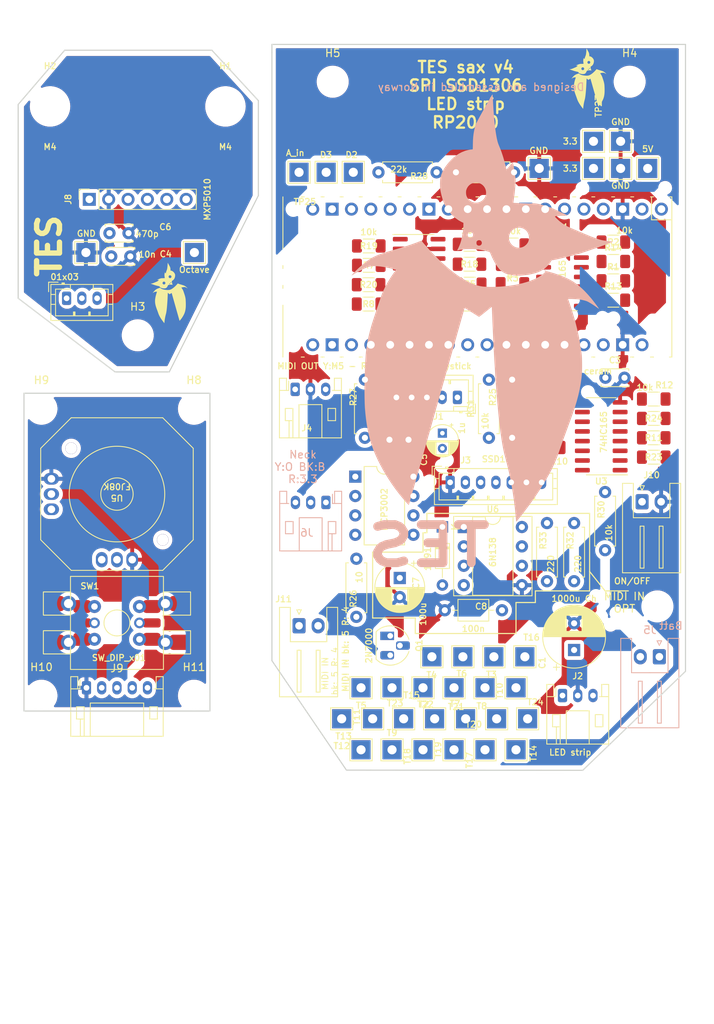
<source format=kicad_pcb>
(kicad_pcb (version 20211014) (generator pcbnew)
  (layers (0 "F.Cu" signal) (31 "B.Cu" signal) (34 "B.Paste" user) (35 "F.Paste" user) (36 "B.SilkS" user "B.Silkscreen") (37 "F.SilkS" user "F.Silkscreen") (38 "B.Mask" user) (39 "F.Mask" user) (44 "Edge.Cuts" user))
  (net 0 "")
  (net 1 "GND")
  (net 2 "Net-(J1-Pad3)")
  (net 3 "Net-(J2-Pad1)")
  (net 4 "Net-(J1-Pad4)")
  (net 5 "Net-(R26-Pad2)")
  (net 6 "Net-(U1-Pad10)")
  (net 7 "+5V")
  (net 8 "Net-(J1-Pad5)")
  (net 9 "Net-(J3-Pad5)")
  (net 10 "Net-(J3-Pad6)")
  (net 11 "Net-(J3-Pad7)")
  (net 12 "Net-(J4-Pad3)")
  (net 13 "Net-(J4-Pad1)")
  (net 14 "+3.3V")
  (net 15 "Net-(J6-Pad2)")
  (net 20 "Net-(R1-Pad1)")
  (net 21 "Net-(R2-Pad1)")
  (net 22 "Net-(R3-Pad1)")
  (net 23 "Net-(R4-Pad1)")
  (net 24 "Net-(R5-Pad1)")
  (net 25 "Net-(R6-Pad1)")
  (net 26 "Net-(R7-Pad1)")
  (net 27 "Net-(R8-Pad1)")
  (net 28 "Net-(R9-Pad1)")
  (net 29 "Net-(R10-Pad1)")
  (net 30 "Net-(R11-Pad1)")
  (net 31 "Net-(R12-Pad1)")
  (net 32 "Net-(R14-Pad1)")
  (net 33 "Net-(R15-Pad1)")
  (net 34 "Net-(R16-Pad1)")
  (net 35 "Net-(R17-Pad1)")
  (net 36 "Net-(R18-Pad1)")
  (net 37 "Net-(R19-Pad1)")
  (net 38 "Net-(R20-Pad1)")
  (net 39 "Net-(R21-Pad1)")
  (net 40 "Net-(R22-Pad1)")
  (net 41 "Net-(R23-Pad1)")
  (net 42 "Net-(R24-Pad1)")
  (net 43 "/batt_check")
  (net 44 "Net-(TP25-Pad1)")
  (net 45 "Net-(TP30-Pad1)")
  (net 46 "Net-(TP31-Pad1)")
  (net 47 "/SR_SH")
  (net 48 "/SR_DO")
  (net 49 "/SR_CLK")
  (net 50 "Net-(U2-Pad10)")
  (net 51 "Net-(Q1-Pad1)")
  (net 52 "Net-(Q1-Pad3)")
  (net 53 "Net-(C4-Pad1)")
  (net 54 "Net-(C4-Pad2)")
  (net 55 "Net-(J7-Pad1)")
  (net 59 "ADC_VREF")
  (net 60 "Net-(C6-Pad2)")
  (net 61 "Net-(D1-Pad1)")
  (net 62 "Net-(D1-Pad2)")
  (net 63 "GNDA")
  (net 64 "ADC_CLK")
  (net 65 "ADC_DIN")
  (net 66 "Net-(J10-Pad1)")
  (net 67 "Net-(J6-Pad1)")
  (net 68 "Net-(SW1-Pad2)")
  (net 69 "Net-(J9-Pad2)")
  (net 70 "Net-(U5-Pad4)")
  (net 71 "Net-(J9-Pad4)")
  (net 72 "Net-(J9-Pad5)")
  (net 73 "Net-(J11-Pad2)")
  (net 74 "Net-(R32-Pad1)")
  (net 78 "ADC_CS")
  (net 79 "ADC_DOUT")
  (footprint "Capacitor_THT:CP_Radial_D5.0mm_P2.50mm" (layer "F.Cu") (at 217.975 68.326)
    (fp_text reference "C2" (at 0.338 -1.8005) (layer "F.SilkS") (effects (font (size 0.8 0.8))))
    (fp_text value "100u" (at 3.386 -3.048) (layer "F.SilkS") (effects (font (size 0.8 0.8))))
    (pad "1" thru_hole rect locked (at 0 0) (size 1.6 1.6) (drill 0.8) (layers *.Cu *.Mask) (net 14 "+3.3V"))
    (pad "2" thru_hole circle locked (at 2.5 0) (size 1.6 1.6) (drill 0.8) (layers *.Cu *.Mask) (net 1 "GND"))
  )
  (footprint "Capacitor_THT:C_Disc_D3.4mm_W2.1mm_P2.50mm" (layer "F.Cu") (at 246.293 60.198)
    (fp_text reference "C3" (at 1.25 -2.3) (layer "F.SilkS") (effects (font (size 0.8 0.8))))
    (fp_text value "0.1 ceram" (at -2.2352 -0.8636) (layer "F.SilkS") (effects (font (size 0.8 0.8))))
    (pad "1" thru_hole circle (at 0 0) (size 1.6 1.6) (drill 0.8) (layers *.Cu *.Mask) (net 14 "+3.3V"))
    (pad "2" thru_hole circle (at 2.5 0) (size 1.6 1.6) (drill 0.8) (layers *.Cu *.Mask) (net 1 "GND"))
  )
  (footprint "TestPoint:TestPoint_THTPad_2.5x2.5mm_Drill1.2mm" (layer "F.Cu") (at 222.377 100.838 180)
    (fp_text reference "TP1" hide)
    (fp_text value "T2" (at -0.102 -2.1844) (layer "F.SilkS") (effects (font (size 0.8 0.8))))
    (pad "1" thru_hole rect locked (at 0 0 180) (size 2.5 2.5) (drill 1.2) (layers *.Cu *.Mask) (net 20 "Net-(R1-Pad1)"))
  )
  (footprint "TestPoint:TestPoint_THTPad_2.5x2.5mm_Drill1.2mm" (layer "F.Cu") (at 227.605 96.774 180)
    (fp_text reference "TP2" hide)
    (fp_text value "T6" (at 0.152 -2.2098) (layer "F.SilkS") (effects (font (size 0.8 0.8))))
    (pad "1" thru_hole rect locked (at 0 0 180) (size 2.5 2.5) (drill 1.2) (layers *.Cu *.Mask) (net 22 "Net-(R3-Pad1)"))
  )
  (footprint "TestPoint:TestPoint_THTPad_2.5x2.5mm_Drill1.2mm" (layer "F.Cu") (at 234.569 100.838)
    (fp_text reference "TP3" hide)
    (fp_text value "T10" (at -2.149 0.3964 90) (layer "F.SilkS") (effects (font (size 0.8 0.8))))
    (pad "1" thru_hole rect locked (at 0 0) (size 2.5 2.5) (drill 1.2) (layers *.Cu *.Mask) (net 24 "Net-(R5-Pad1)"))
  )
  (footprint "TestPoint:TestPoint_THTPad_2.5x2.5mm_Drill1.2mm" (layer "F.Cu") (at 234.569 108.966)
    (fp_text reference "TP4" hide)
    (fp_text value "T14" (at 2.2706 0.4726 90) (layer "F.SilkS") (effects (font (size 0.8 0.8))))
    (pad "1" thru_hole rect locked (at 0 0) (size 2.5 2.5) (drill 1.2) (layers *.Cu *.Mask) (net 26 "Net-(R7-Pad1)"))
  )
  (footprint "TestPoint:TestPoint_THTPad_2.5x2.5mm_Drill1.2mm" (layer "F.Cu") (at 222.377 108.966)
    (fp_text reference "TP5" hide)
    (fp_text value "T18" (at -2.0472 0.8536 90) (layer "F.SilkS") (effects (font (size 0.8 0.8))))
    (pad "1" thru_hole rect locked (at 0 0) (size 2.5 2.5) (drill 1.2) (layers *.Cu *.Mask) (net 28 "Net-(R9-Pad1)"))
  )
  (footprint "TestPoint:TestPoint_THTPad_2.5x2.5mm_Drill1.2mm" (layer "F.Cu") (at 223.901 104.902)
    (fp_text reference "TP6" hide)
    (fp_text value "T22" (at -1.219 -1.905) (layer "F.SilkS") (effects (font (size 0.8 0.8))))
    (pad "1" thru_hole rect locked (at 0 0) (size 2.5 2.5) (drill 1.2) (layers *.Cu *.Mask) (net 30 "Net-(R11-Pad1)"))
  )
  (footprint "TestPoint:TestPoint_THTPad_2.5x2.5mm_Drill1.2mm" (layer "F.Cu") (at 223.541 96.774 180)
    (fp_text reference "TP7" hide)
    (fp_text value "T4" (at 0.025 -2.3876) (layer "F.SilkS") (effects (font (size 0.8 0.8))))
    (pad "1" thru_hole rect locked (at 0 0 180) (size 2.5 2.5) (drill 1.2) (layers *.Cu *.Mask) (net 21 "Net-(R2-Pad1)"))
  )
  (footprint "TestPoint:TestPoint_THTPad_2.5x2.5mm_Drill1.2mm" (layer "F.Cu") (at 230.505 100.838 180)
    (fp_text reference "TP8" hide)
    (fp_text value "T8" (at 0.4218 -2.403) (layer "F.SilkS") (effects (font (size 0.8 0.8))))
    (pad "1" thru_hole rect locked (at 0 0 180) (size 2.5 2.5) (drill 1.2) (layers *.Cu *.Mask) (net 23 "Net-(R4-Pad1)"))
  )
  (footprint "TestPoint:TestPoint_THTPad_2.5x2.5mm_Drill1.2mm" (layer "F.Cu") (at 214.249 108.966)
    (fp_text reference "TP9" hide)
    (fp_text value "T12" (at -2.54 -0.508) (layer "F.SilkS") (effects (font (size 0.8 0.8))))
    (pad "1" thru_hole rect locked (at 0 0) (size 2.5 2.5) (drill 1.2) (layers *.Cu *.Mask) (net 25 "Net-(R6-Pad1)"))
  )
  (footprint "TestPoint:TestPoint_THTPad_2.5x2.5mm_Drill1.2mm" (layer "F.Cu") (at 235.733 96.774)
    (fp_text reference "TP10" hide)
    (fp_text value "T16" (at 0.868 -2.54) (layer "F.SilkS") (effects (font (size 0.8 0.8))))
    (pad "1" thru_hole rect locked (at 0 0) (size 2.5 2.5) (drill 1.2) (layers *.Cu *.Mask) (net 27 "Net-(R8-Pad1)"))
  )
  (footprint "TestPoint:TestPoint_THTPad_2.5x2.5mm_Drill1.2mm" (layer "F.Cu") (at 232.029 104.902)
    (fp_text reference "TP11" hide)
    (fp_text value "T20" (at -2.997 0.737) (layer "F.SilkS") (effects (font (size 0.8 0.8))))
    (pad "1" thru_hole rect locked (at 0 0) (size 2.5 2.5) (drill 1.2) (layers *.Cu *.Mask) (net 29 "Net-(R10-Pad1)"))
  )
  (footprint "TestPoint:TestPoint_THTPad_2.5x2.5mm_Drill1.2mm" (layer "F.Cu") (at 236.093 104.902)
    (fp_text reference "TP12" hide)
    (fp_text value "T24" (at 1.016 -2.1944) (layer "F.SilkS") (effects (font (size 0.8 0.8))))
    (pad "1" thru_hole rect locked (at 0 0) (size 2.5 2.5) (drill 1.2) (layers *.Cu *.Mask) (net 31 "Net-(R12-Pad1)"))
  )
  (footprint "TestPoint:TestPoint_THTPad_2.5x2.5mm_Drill1.2mm" (layer "F.Cu") (at 214.249 100.838 180)
    (fp_text reference "TP14" hide)
    (fp_text value "T5" (at -0.0354 -2.3268) (layer "F.SilkS") (effects (font (size 0.8 0.8))))
    (pad "1" thru_hole rect locked (at 0 0 180) (size 2.5 2.5) (drill 1.2) (layers *.Cu *.Mask) (net 33 "Net-(R15-Pad1)"))
  )
  (footprint "TestPoint:TestPoint_THTPad_2.5x2.5mm_Drill1.2mm" (layer "F.Cu") (at 231.669 96.774 180)
    (fp_text reference "TP15" hide)
    (fp_text value "T3" (at 0.3202 -2.3268) (layer "F.SilkS") (effects (font (size 0.8 0.8))))
    (pad "1" thru_hole rect locked (at 0 0 180) (size 2.5 2.5) (drill 1.2) (layers *.Cu *.Mask) (net 32 "Net-(R14-Pad1)"))
  )
  (footprint "TestPoint:TestPoint_THTPad_2.5x2.5mm_Drill1.2mm" (layer "F.Cu") (at 226.441 100.838 180)
    (fp_text reference "TP16" hide)
    (fp_text value "T7" (at -0.1116 -2.0982) (layer "F.SilkS") (effects (font (size 0.8 0.8))))
    (pad "1" thru_hole rect locked (at 0 0 180) (size 2.5 2.5) (drill 1.2) (layers *.Cu *.Mask) (net 34 "Net-(R16-Pad1)"))
  )
  (footprint "TestPoint:TestPoint_THTPad_2.5x2.5mm_Drill1.2mm" (layer "F.Cu") (at 218.313 108.966)
    (fp_text reference "TP17" hide)
    (fp_text value "T9" (at 0 -2.2198) (layer "F.SilkS") (effects (font (size 0.8 0.8))))
    (pad "1" thru_hole rect locked (at 0 0) (size 2.5 2.5) (drill 1.2) (layers *.Cu *.Mask) (net 35 "Net-(R17-Pad1)"))
  )
  (footprint "TestPoint:TestPoint_THTPad_2.5x2.5mm_Drill1.2mm" (layer "F.Cu") (at 211.709 104.902)
    (fp_text reference "TP18" hide)
    (fp_text value "T13" (at 0.254 2.286) (layer "F.SilkS") (effects (font (size 0.8 0.8))))
    (pad "1" thru_hole rect locked (at 0 0) (size 2.5 2.5) (drill 1.2) (layers *.Cu *.Mask) (net 37 "Net-(R19-Pad1)"))
  )
  (footprint "TestPoint:TestPoint_THTPad_2.5x2.5mm_Drill1.2mm" (layer "F.Cu") (at 230.505 108.966)
    (fp_text reference "TP19" hide)
    (fp_text value "T17" (at -2.0472 1.3616 90) (layer "F.SilkS") (effects (font (size 0.8 0.8))))
    (pad "1" thru_hole rect locked (at 0 0) (size 2.5 2.5) (drill 1.2) (layers *.Cu *.Mask) (net 39 "Net-(R21-Pad1)"))
  )
  (footprint "TestPoint:TestPoint_THTPad_2.5x2.5mm_Drill1.2mm" (layer "F.Cu") (at 227.965 104.902)
    (fp_text reference "TP20" hide)
    (fp_text value "T21" (at -1.245 -1.575) (layer "F.SilkS") (effects (font (size 0.8 0.8))))
    (pad "1" thru_hole rect locked (at 0 0) (size 2.5 2.5) (drill 1.2) (layers *.Cu *.Mask) (net 41 "Net-(R23-Pad1)"))
  )
  (footprint "TestPoint:TestPoint_THTPad_2.5x2.5mm_Drill1.2mm" (layer "F.Cu") (at 215.773 104.902)
    (fp_text reference "TP21" hide)
    (fp_text value "T11" (at -2.0982 -0.2386 90) (layer "F.SilkS") (effects (font (size 0.8 0.8))))
    (pad "1" thru_hole rect locked (at 0 0) (size 2.5 2.5) (drill 1.2) (layers *.Cu *.Mask) (net 36 "Net-(R18-Pad1)"))
  )
  (footprint "TestPoint:TestPoint_THTPad_2.5x2.5mm_Drill1.2mm" (layer "F.Cu") (at 218.313 100.838)
    (fp_text reference "TP22" hide)
    (fp_text value "T15" (at 2.5754 0.9806) (layer "F.SilkS") (effects (font (size 0.8 0.8))))
    (pad "1" thru_hole rect locked (at 0 0) (size 2.5 2.5) (drill 1.2) (layers *.Cu *.Mask) (net 38 "Net-(R20-Pad1)"))
  )
  (footprint "TestPoint:TestPoint_THTPad_2.5x2.5mm_Drill1.2mm" (layer "F.Cu") (at 226.441 108.966)
    (fp_text reference "TP23" hide)
    (fp_text value "T19" (at -2.098 -0.0096 90) (layer "F.SilkS") (effects (font (size 0.8 0.8))))
    (pad "1" thru_hole rect locked (at 0 0) (size 2.5 2.5) (drill 1.2) (layers *.Cu *.Mask) (net 40 "Net-(R22-Pad1)"))
  )
  (footprint "TestPoint:TestPoint_THTPad_2.5x2.5mm_Drill1.2mm" (layer "F.Cu") (at 219.837 104.902)
    (fp_text reference "TP24" hide)
    (fp_text value "T23" (at -1.117 -2.032) (layer "F.SilkS") (effects (font (size 0.8 0.8))))
    (pad "1" thru_hole rect locked (at 0 0) (size 2.5 2.5) (drill 1.2) (layers *.Cu *.Mask) (net 42 "Net-(R24-Pad1)"))
  )
  (footprint "TestPoint:TestPoint_THTPad_2.5x2.5mm_Drill1.2mm" (layer "F.Cu") (at 206.121 33.274)
    (fp_text reference "TP25" (at 0.762 3.8608) (layer "F.SilkS") (effects (font (size 0.8 0.8))))
    (fp_text value "A_in" (at -0.508 -2.54) (layer "F.SilkS") (effects (font (size 0.8 0.8))))
    (pad "1" thru_hole rect locked (at 0 0) (size 2.5 2.5) (drill 1.2) (layers *.Cu *.Mask) (net 44 "Net-(TP25-Pad1)"))
  )
  (footprint "TestPoint:TestPoint_THTPad_2.5x2.5mm_Drill1.2mm" (layer "F.Cu") (at 209.677 33.274)
    (fp_text reference "TP30" hide)
    (fp_text value "D3" (at -0.025 -2.286) (layer "F.SilkS") (effects (font (size 0.8 0.8))))
    (pad "1" thru_hole rect locked (at 0 0) (size 2.5 2.5) (drill 1.2) (layers *.Cu *.Mask) (net 45 "Net-(TP30-Pad1)"))
  )
  (footprint "TestPoint:TestPoint_THTPad_2.5x2.5mm_Drill1.2mm" (layer "F.Cu") (at 213.233 33.274)
    (fp_text reference "TP31" hide)
    (fp_text value "D2" (at -0.229 -2.286) (layer "F.SilkS") (effects (font (size 0.8 0.8))))
    (pad "1" thru_hole rect locked (at 0 0) (size 2.5 2.5) (drill 1.2) (layers *.Cu *.Mask) (net 46 "Net-(TP31-Pad1)"))
  )
  (footprint "Package_SO:SOIC-16_3.9x9.9mm_P1.27mm" (layer "F.Cu") (at 240.665 46.355)
    (fp_text reference "U1" (at 0 -5.9) (layer "F.SilkS") (effects (font (size 0.8 0.8))))
    (fp_text value "74HC165" (at 0 1.143 90) (layer "F.SilkS") (effects (font (size 0.8 0.8))))
    (pad "1" smd roundrect (at -2.475 -4.445) (size 1.95 0.6) (layers "F.Cu" "F.Paste" "F.Mask") (net 47 "/SR_SH"))
    (pad "2" smd roundrect (at -2.475 -3.175) (size 1.95 0.6) (layers "F.Cu" "F.Paste" "F.Mask") (net 49 "/SR_CLK"))
    (pad "3" smd roundrect (at -2.475 -1.905) (size 1.95 0.6) (layers "F.Cu" "F.Paste" "F.Mask") (net 33 "Net-(R15-Pad1)"))
    (pad "4" smd roundrect (at -2.475 -0.635) (size 1.95 0.6) (layers "F.Cu" "F.Paste" "F.Mask") (net 22 "Net-(R3-Pad1)"))
    (pad "5" smd roundrect (at -2.475 0.635) (size 1.95 0.6) (layers "F.Cu" "F.Paste" "F.Mask") (net 34 "Net-(R16-Pad1)"))
    (pad "6" smd roundrect (at -2.475 1.905) (size 1.95 0.6) (layers "F.Cu" "F.Paste" "F.Mask") (net 23 "Net-(R4-Pad1)"))
    (pad "7" smd roundrect (at -2.475 3.175) (size 1.95 0.6) (layers "F.Cu" "F.Paste" "F.Mask"))
    (pad "8" smd roundrect (at -2.475 4.445) (size 1.95 0.6) (layers "F.Cu" "F.Paste" "F.Mask") (net 1 "GND"))
    (pad "9" smd roundrect (at 2.475 4.445) (size 1.95 0.6) (layers "F.Cu" "F.Paste" "F.Mask") (net 48 "/SR_DO"))
    (pad "10" smd roundrect (at 2.475 3.175) (size 1.95 0.6) (layers "F.Cu" "F.Paste" "F.Mask") (net 6 "Net-(U1-Pad10)"))
    (pad "11" smd roundrect (at 2.475 1.905) (size 1.95 0.6) (layers "F.Cu" "F.Paste" "F.Mask") (net 67 "Net-(J6-Pad1)"))
    (pad "12" smd roundrect (at 2.475 0.635) (size 1.95 0.6) (layers "F.Cu" "F.Paste" "F.Mask") (net 20 "Net-(R1-Pad1)"))
    (pad "13" smd roundrect (at 2.475 -0.635) (size 1.95 0.6) (layers "F.Cu" "F.Paste" "F.Mask") (net 32 "Net-(R14-Pad1)"))
    (pad "14" smd roundrect (at 2.475 -1.905) (size 1.95 0.6) (layers "F.Cu" "F.Paste" "F.Mask") (net 21 "Net-(R2-Pad1)"))
    (pad "15" smd roundrect (at 2.475 -3.175) (size 1.95 0.6) (layers "F.Cu" "F.Paste" "F.Mask") (net 1 "GND"))
    (pad "16" smd roundrect (at 2.475 -4.445) (size 1.95 0.6) (layers "F.Cu" "F.Paste" "F.Mask") (net 14 "+3.3V"))
  )
  (footprint "Package_SO:SOIC-16_3.9x9.9mm_P1.27mm" (layer "F.Cu") (at 221.869 46.482)
    (fp_text reference "U2" hide)
    (fp_text value "74HC165" (at 0 -1.016 90) (layer "F.SilkS") (effects (font (size 0.8 0.8))))
    (pad "1" smd roundrect (at -2.475 -4.445) (size 1.95 0.6) (layers "F.Cu" "F.Paste" "F.Mask") (net 47 "/SR_SH"))
    (pad "2" smd roundrect (at -2.475 -3.175) (size 1.95 0.6) (layers "F.Cu" "F.Paste" "F.Mask") (net 49 "/SR_CLK"))
    (pad "3" smd roundrect (at -2.475 -1.905) (size 1.95 0.6) (layers "F.Cu" "F.Paste" "F.Mask") (net 37 "Net-(R19-Pad1)"))
    (pad "4" smd roundrect (at -2.475 -0.635) (size 1.95 0.6) (layers "F.Cu" "F.Paste" "F.Mask") (net 26 "Net-(R7-Pad1)"))
    (pad "5" smd roundrect (at -2.475 0.635) (size 1.95 0.6) (layers "F.Cu" "F.Paste" "F.Mask") (net 38 "Net-(R20-Pad1)"))
    (pad "6" smd roundrect (at -2.475 1.905) (size 1.95 0.6) (layers "F.Cu" "F.Paste" "F.Mask") (net 27 "Net-(R8-Pad1)"))
    (pad "7" smd roundrect (at -2.475 3.175) (size 1.95 0.6) (layers "F.Cu" "F.Paste" "F.Mask"))
    (pad "8" smd roundrect (at -2.475 4.445) (size 1.95 0.6) (layers "F.Cu" "F.Paste" "F.Mask") (net 1 "GND"))
    (pad "9" smd roundrect (at 2.475 4.445) (size 1.95 0.6) (layers "F.Cu" "F.Paste" "F.Mask") (net 6 "Net-(U1-Pad10)"))
    (pad "10" smd roundrect (at 2.475 3.175) (size 1.95 0.6) (layers "F.Cu" "F.Paste" "F.Mask") (net 50 "Net-(U2-Pad10)"))
    (pad "11" smd roundrect (at 2.475 1.905) (size 1.95 0.6) (layers "F.Cu" "F.Paste" "F.Mask") (net 35 "Net-(R17-Pad1)"))
    (pad "12" smd roundrect (at 2.475 0.635) (size 1.95 0.6) (layers "F.Cu" "F.Paste" "F.Mask") (net 24 "Net-(R5-Pad1)"))
    (pad "13" smd roundrect (at 2.475 -0.635) (size 1.95 0.6) (layers "F.Cu" "F.Paste" "F.Mask") (net 36 "Net-(R18-Pad1)"))
    (pad "14" smd roundrect (at 2.475 -1.905) (size 1.95 0.6) (layers "F.Cu" "F.Paste" "F.Mask") (net 25 "Net-(R6-Pad1)"))
    (pad "15" smd roundrect (at 2.475 -3.175) (size 1.95 0.6) (layers "F.Cu" "F.Paste" "F.Mask") (net 1 "GND"))
    (pad "16" smd roundrect (at 2.475 -4.445) (size 1.95 0.6) (layers "F.Cu" "F.Paste" "F.Mask") (net 14 "+3.3V"))
  )
  (footprint "Package_SO:SOIC-16_3.9x9.9mm_P1.27mm" (layer "F.Cu") (at 245.745 67.872 180)
    (fp_text reference "U3" (at 0 -5.9 180) (layer "F.SilkS") (effects (font (size 0.8 0.8))))
    (fp_text value "74HC165" (at -0.326 0.562 270) (layer "F.SilkS") (effects (font (size 0.8 0.8))))
    (pad "1" smd roundrect (at -2.475 -4.445 180) (size 1.95 0.6) (layers "F.Cu" "F.Paste" "F.Mask") (net 47 "/SR_SH"))
    (pad "2" smd roundrect (at -2.475 -3.175 180) (size 1.95 0.6) (layers "F.Cu" "F.Paste" "F.Mask") (net 49 "/SR_CLK"))
    (pad "3" smd roundrect (at -2.475 -1.905 180) (size 1.95 0.6) (layers "F.Cu" "F.Paste" "F.Mask") (net 41 "Net-(R23-Pad1)"))
    (pad "4" smd roundrect (at -2.475 -0.635 180) (size 1.95 0.6) (layers "F.Cu" "F.Paste" "F.Mask") (net 30 "Net-(R11-Pad1)"))
    (pad "5" smd roundrect (at -2.475 0.635 180) (size 1.95 0.6) (layers "F.Cu" "F.Paste" "F.Mask") (net 42 "Net-(R24-Pad1)"))
    (pad "6" smd roundrect (at -2.475 1.905 180) (size 1.95 0.6) (layers "F.Cu" "F.Paste" "F.Mask") (net 31 "Net-(R12-Pad1)"))
    (pad "7" smd roundrect (at -2.475 3.175 180) (size 1.95 0.6) (layers "F.Cu" "F.Paste" "F.Mask"))
    (pad "8" smd roundrect (at -2.475 4.445 180) (size 1.95 0.6) (layers "F.Cu" "F.Paste" "F.Mask") (net 1 "GND"))
    (pad "9" smd roundrect (at 2.475 4.445 180) (size 1.95 0.6) (layers "F.Cu" "F.Paste" "F.Mask") (net 50 "Net-(U2-Pad10)"))
    (pad "10" smd roundrect (at 2.475 3.175 180) (size 1.95 0.6) (layers "F.Cu" "F.Paste" "F.Mask"))
    (pad "11" smd roundrect (at 2.475 1.905 180) (size 1.95 0.6) (layers "F.Cu" "F.Paste" "F.Mask") (net 39 "Net-(R21-Pad1)"))
    (pad "12" smd roundrect (at 2.475 0.635 180) (size 1.95 0.6) (layers "F.Cu" "F.Paste" "F.Mask") (net 28 "Net-(R9-Pad1)"))
    (pad "13" smd roundrect (at 2.475 -0.635 180) (size 1.95 0.6) (layers "F.Cu" "F.Paste" "F.Mask") (net 40 "Net-(R22-Pad1)"))
    (pad "14" smd roundrect (at 2.475 -1.905 180) (size 1.95 0.6) (layers "F.Cu" "F.Paste" "F.Mask") (net 29 "Net-(R10-Pad1)"))
    (pad "15" smd roundrect (at 2.475 -3.175 180) (size 1.95 0.6) (layers "F.Cu" "F.Paste" "F.Mask") (net 1 "GND"))
    (pad "16" smd roundrect (at 2.475 -4.445 180) (size 1.95 0.6) (layers "F.Cu" "F.Paste" "F.Mask") (net 14 "+3.3V"))
  )
  (footprint "Capacitor_THT:CP_Radial_D8.0mm_P3.50mm" (layer "F.Cu") (at 242.189 95.8867 90)
    (fp_text reference "C1" (at -1.6918 -4.181 90) (layer "F.SilkS") (effects (font (size 0.8 0.8))))
    (fp_text value "1000u Ch" (at 6.7327 0) (layer "F.SilkS") (effects (font (size 0.8 0.8))))
    (pad "1" thru_hole rect locked (at 0 0 90) (size 1.6 1.6) (drill 0.8) (layers *.Cu *.Mask) (net 7 "+5V"))
    (pad "2" thru_hole circle locked (at 3.5 0 90) (size 1.6 1.6) (drill 0.8) (layers *.Cu *.Mask) (net 1 "GND"))
  )
  (footprint "Connector_JST:JST_PH_B5B-PH-K_1x05_P2.00mm_Vertical" (layer "F.Cu") (at 226.885 62.78 180)
    (fp_text reference "J1" (at 2.476 -2.498) (layer "F.SilkS") (effects (font (size 0.8 0.8))))
    (fp_text value "joystick" (at 0.444 4.106) (layer "F.SilkS") (effects (font (size 0.8 0.8))))
    (pad "1" thru_hole roundrect (at 0 0 180) (size 1.2 1.75) (drill 0.75) (layers *.Cu *.Mask) (roundrect_rratio 0.2083333333) (net 63 "GNDA"))
    (pad "2" thru_hole oval (at 2 0 180) (size 1.2 1.75) (drill 0.75) (layers *.Cu *.Mask) (net 59 "ADC_VREF"))
    (pad "3" thru_hole oval (at 4 0 180) (size 1.2 1.75) (drill 0.75) (layers *.Cu *.Mask) (net 2 "Net-(J1-Pad3)"))
    (pad "4" thru_hole oval (at 6 0 180) (size 1.2 1.75) (drill 0.75) (layers *.Cu *.Mask) (net 4 "Net-(J1-Pad4)"))
    (pad "5" thru_hole oval (at 8 0 180) (size 1.2 1.75) (drill 0.75) (layers *.Cu *.Mask) (net 8 "Net-(J1-Pad5)"))
  )
  (footprint "Connector_JST:JST_PH_B7B-PH-K_1x07_P2.00mm_Vertical" (layer "F.Cu") (at 225.933 73.914)
    (fp_text reference "J3" (at 2.032 -2.9) (layer "F.SilkS") (effects (font (size 0.8 0.8))))
    (fp_text value "SSD1306 SPI" (at 8.128 -3.048) (layer "F.SilkS") (effects (font (size 0.8 0.8))))
    (pad "1" thru_hole roundrect (at 0 0) (size 1.2 1.75) (drill 0.75) (layers *.Cu *.Mask) (roundrect_rratio 0.2083333333) (net 1 "GND"))
    (pad "2" thru_hole oval (at 2 0) (size 1.2 1.75) (drill 0.75) (layers *.Cu *.Mask) (net 14 "+3.3V"))
    (pad "3" thru_hole oval (at 4 0) (size 1.2 1.75) (drill 0.75) (layers *.Cu *.Mask) (net 64 "ADC_CLK"))
    (pad "4" thru_hole oval (at 6 0) (size 1.2 1.75) (drill 0.75) (layers *.Cu *.Mask) (net 65 "ADC_DIN"))
    (pad "5" thru_hole oval (at 8 0) (size 1.2 1.75) (drill 0.75) (layers *.Cu *.Mask) (net 9 "Net-(J3-Pad5)"))
    (pad "6" thru_hole oval (at 10 0) (size 1.2 1.75) (drill 0.75) (layers *.Cu *.Mask) (net 10 "Net-(J3-Pad6)"))
    (pad "7" thru_hole oval (at 12 0) (size 1.2 1.75) (drill 0.75) (layers *.Cu *.Mask) (net 11 "Net-(J3-Pad7)"))
  )
  (footprint "Connector_JST:JST_PH_S3B-PH-K_1x03_P2.00mm_Horizontal" (layer "F.Cu") (at 205.613 61.722)
    (fp_text reference "J4" (at 1.524 5.08) (layer "F.SilkS") (effects (font (size 0.8 0.8))))
    (fp_text value "MIDI OUT Y:M5 - R:M4" (at 4.572 -3.048) (layer "F.SilkS") (effects (font (size 0.8 0.8))))
    (pad "1" thru_hole roundrect (at 0 0) (size 1.2 1.75) (drill 0.75) (layers *.Cu *.Mask) (roundrect_rratio 0.2083333333) (net 13 "Net-(J4-Pad1)"))
    (pad "2" thru_hole oval (at 2 0) (size 1.2 1.75) (drill 0.75) (layers *.Cu *.Mask) (net 1 "GND"))
    (pad "3" thru_hole oval (at 4 0) (size 1.2 1.75) (drill 0.75) (layers *.Cu *.Mask) (net 12 "Net-(J4-Pad3)"))
  )
  (footprint "TestPoint:TestPoint_THTPad_2.5x2.5mm_Drill1.2mm" (layer "F.Cu") (at 244.729 29.21)
    (fp_text reference "TP27" (at 0.6604 -4.6228 90) (layer "F.SilkS") (effects (font (size 0.8 0.8))))
    (fp_text value "3.3" (at -3.048 0) (layer "F.SilkS") (effects (font (size 0.8 0.8))))
    (pad "1" thru_hole rect locked (at 0 0) (size 2.5 2.5) (drill 1.2) (layers *.Cu *.Mask) (net 14 "+3.3V"))
  )
  (footprint "TestPoint:TestPoint_THTPad_2.5x2.5mm_Drill1.2mm" (layer "F.Cu") (at 244.729 32.766)
    (fp_text reference "TP29" hide)
    (fp_text value "3.3" (at -3.048 0) (layer "F.SilkS") (effects (font (size 0.8 0.8))))
    (pad "1" thru_hole rect locked (at 0 0) (size 2.5 2.5) (drill 1.2) (layers *.Cu *.Mask) (net 14 "+3.3V"))
  )
  (footprint "TestPoint:TestPoint_THTPad_2.5x2.5mm_Drill1.2mm" (layer "F.Cu") (at 248.285 29.21)
    (fp_text reference "TP32" hide)
    (fp_text value "GND" (at 0 -2.54) (layer "F.SilkS") (effects (font (size 0.8 0.8))))
    (pad "1" thru_hole rect locked (at 0 0) (size 2.5 2.5) (drill 1.2) (layers *.Cu *.Mask) (net 1 "GND"))
  )
  (footprint "TestPoint:TestPoint_THTPad_2.5x2.5mm_Drill1.2mm" (layer "F.Cu") (at 248.285 32.766)
    (fp_text reference "TP33" hide)
    (fp_text value "GND" (at 0 2.25) (layer "F.SilkS") (effects (font (size 0.8 0.8))))
    (pad "1" thru_hole rect locked (at 0 0) (size 2.5 2.5) (drill 1.2) (layers *.Cu *.Mask) (net 1 "GND"))
  )
  (footprint "TestPoint:TestPoint_THTPad_2.5x2.5mm_Drill1.2mm" (layer "F.Cu") (at 237.617 32.766)
    (fp_text reference "TP34" hide)
    (fp_text value "GND" (at -0.0508 -2.3368) (layer "F.SilkS") (effects (font (size 0.8 0.8))))
    (pad "1" thru_hole rect locked (at 0 0) (size 2.5 2.5) (drill 1.2) (layers *.Cu *.Mask) (net 1 "GND"))
  )
  (footprint "TestPoint:TestPoint_THTPad_2.5x2.5mm_Drill1.2mm" (layer "F.Cu") (at 251.841 32.766)
    (fp_text reference "TP35" hide)
    (fp_text value "5V" (at 0 -2.54) (layer "F.SilkS") (effects (font (size 0.8 0.8))))
    (pad "1" thru_hole rect locked (at 0 0) (size 2.5 2.5) (drill 1.2) (layers *.Cu *.Mask) (net 7 "+5V"))
  )
  (footprint "MountingHole:MountingHole_3.2mm_M3_ISO14580" (layer "F.Cu") (at 249.472 21.3995)
    (fp_text reference "H4" (at 0 -3.75) (layer "F.SilkS"))
    (fp_text value "M3")
    (pad "" np_thru_hole circle (at 0 0) (size 3.2 3.2) (drill 3.2) (layers *.Cu *.Mask))
  )
  (footprint "MountingHole:MountingHole_3.2mm_M3_ISO14580" (layer "F.Cu") (at 210.534 21.3995)
    (fp_text reference "H5" (at 0 -3.75) (layer "F.SilkS"))
    (fp_text value "M3")
    (pad "" np_thru_hole circle (at 0 0) (size 3.2 3.2) (drill 3.2) (layers *.Cu *.Mask))
  )
  (footprint "Resistor_SMD:R_1206_3216Metric_Pad1.30x1.75mm_HandSolder" (layer "F.Cu") (at 247.334 47.498)
    (fp_text reference "R1" (at 0 -1.82) (layer "F.SilkS") (effects (font (size 0.8 0.8))))
    (fp_text value "10k" hide)
    (pad "1" smd roundrect (at -1.55 0) (size 1.3 1.75) (layers "F.Cu" "F.Paste" "F.Mask") (roundrect_rratio 0.1923076923) (net 20 "Net-(R1-Pad1)"))
    (pad "2" smd roundrect (at 1.55 0) (size 1.3 1.75) (layers "F.Cu" "F.Paste" "F.Mask") (roundrect_rratio 0.1923076923) (net 14 "+3.3V"))
  )
  (footprint "Resistor_SMD:R_1206_3216Metric_Pad1.30x1.75mm_HandSolder" (layer "F.Cu") (at 247.334 42.418)
    (fp_text reference "R2" (at 0 0) (layer "F.SilkS") (effects (font (size 0.8 0.8))))
    (fp_text value "10k" (at 1.459 -1.524) (layer "F.SilkS") (effects (font (size 0.8 0.8))))
    (pad "1" smd roundrect (at -1.55 0) (size 1.3 1.75) (layers "F.Cu" "F.Paste" "F.Mask") (roundrect_rratio 0.1923076923) (net 21 "Net-(R2-Pad1)"))
    (pad "2" smd roundrect (at 1.55 0) (size 1.3 1.75) (layers "F.Cu" "F.Paste" "F.Mask") (roundrect_rratio 0.1923076923) (net 14 "+3.3V"))
  )
  (footprint "Resistor_SMD:R_1206_3216Metric_Pad1.30x1.75mm_HandSolder" (layer "F.Cu") (at 234.126 45.339 180)
    (fp_text reference "R3" (at 0 -1.82) (layer "F.SilkS") (effects (font (size 0.8 0.8))))
    (fp_text value "10k" hide)
    (pad "1" smd roundrect (at -1.55 0 180) (size 1.3 1.75) (layers "F.Cu" "F.Paste" "F.Mask") (roundrect_rratio 0.1923076923) (net 22 "Net-(R3-Pad1)"))
    (pad "2" smd roundrect (at 1.55 0 180) (size 1.3 1.75) (layers "F.Cu" "F.Paste" "F.Mask") (roundrect_rratio 0.1923076923) (net 14 "+3.3V"))
  )
  (footprint "Resistor_SMD:R_1206_3216Metric_Pad1.30x1.75mm_HandSolder" (layer "F.Cu") (at 234.152 50.419 180)
    (fp_text reference "R4" (at 0 -1.82) (layer "F.SilkS") (effects (font (size 0.8 0.8))))
    (fp_text value "10k" hide)
    (pad "1" smd roundrect (at -1.55 0 180) (size 1.3 1.75) (layers "F.Cu" "F.Paste" "F.Mask") (roundrect_rratio 0.1923076923) (net 23 "Net-(R4-Pad1)"))
    (pad "2" smd roundrect (at 1.55 0 180) (size 1.3 1.75) (layers "F.Cu" "F.Paste" "F.Mask") (roundrect_rratio 0.1923076923) (net 14 "+3.3V"))
  )
  (footprint "Resistor_SMD:R_1206_3216Metric_Pad1.30x1.75mm_HandSolder" (layer "F.Cu") (at 228.499 47.934)
    (fp_text reference "R5" (at 0 0) (layer "F.SilkS") (effects (font (size 0.8 0.8))))
    (fp_text value "10k" hide)
    (pad "1" smd roundrect (at -1.55 0) (size 1.3 1.75) (layers "F.Cu" "F.Paste" "F.Mask") (roundrect_rratio 0.1923076923) (net 24 "Net-(R5-Pad1)"))
    (pad "2" smd roundrect (at 1.55 0) (size 1.3 1.75) (layers "F.Cu" "F.Paste" "F.Mask") (roundrect_rratio 0.1923076923) (net 14 "+3.3V"))
  )
  (footprint "Resistor_SMD:R_1206_3216Metric_Pad1.30x1.75mm_HandSolder" (layer "F.Cu") (at 228.473 42.71)
    (fp_text reference "R6" (at 0 0) (layer "F.SilkS") (effects (font (size 0.8 0.8))))
    (fp_text value "10k" (at 0 -1.816) (layer "F.SilkS") (effects (font (size 0.8 0.8))))
    (pad "1" smd roundrect (at -1.55 0) (size 1.3 1.75) (layers "F.Cu" "F.Paste" "F.Mask") (roundrect_rratio 0.1923076923) (net 25 "Net-(R6-Pad1)"))
    (pad "2" smd roundrect (at 1.55 0) (size 1.3 1.75) (layers "F.Cu" "F.Paste" "F.Mask") (roundrect_rratio 0.1923076923) (net 14 "+3.3V"))
  )
  (footprint "Resistor_SMD:R_1206_3216Metric_Pad1.30x1.75mm_HandSolder" (layer "F.Cu") (at 215.265 45.466 180)
    (fp_text reference "R7" (at 0 0) (layer "F.SilkS") (effects (font (size 0.8 0.8))))
    (fp_text value "10k" hide)
    (pad "1" smd roundrect (at -1.55 0 180) (size 1.3 1.75) (layers "F.Cu" "F.Paste" "F.Mask") (roundrect_rratio 0.1923076923) (net 26 "Net-(R7-Pad1)"))
    (pad "2" smd roundrect (at 1.55 0 180) (size 1.3 1.75) (layers "F.Cu" "F.Paste" "F.Mask") (roundrect_rratio 0.1923076923) (net 14 "+3.3V"))
  )
  (footprint "Resistor_SMD:R_1206_3216Metric_Pad1.30x1.75mm_HandSolder" (layer "F.Cu") (at 215.239 50.546 180)
    (fp_text reference "R8" (at 0 0) (layer "F.SilkS") (effects (font (size 0.8 0.8))))
    (fp_text value "10k" hide)
    (pad "1" smd roundrect (at -1.55 0 180) (size 1.3 1.75) (layers "F.Cu" "F.Paste" "F.Mask") (roundrect_rratio 0.1923076923) (net 27 "Net-(R8-Pad1)"))
    (pad "2" smd roundrect (at 1.55 0 180) (size 1.3 1.75) (layers "F.Cu" "F.Paste" "F.Mask") (roundrect_rratio 0.1923076923) (net 14 "+3.3V"))
  )
  (footprint "Resistor_SMD:R_1206_3216Metric_Pad1.30x1.75mm_HandSolder" (layer "F.Cu") (at 238.861 64.262 180)
    (fp_text reference "R9" (at 0 0 180) (layer "F.SilkS") (effects (font (size 0.8 0.8))))
    (fp_text value "10k" hide)
    (pad "1" smd roundrect (at -1.55 0 180) (size 1.3 1.75) (layers "F.Cu" "F.Paste" "F.Mask") (roundrect_rratio 0.1923076923) (net 28 "Net-(R9-Pad1)"))
    (pad "2" smd roundrect (at 1.55 0 180) (size 1.3 1.75) (layers "F.Cu" "F.Paste" "F.Mask") (roundrect_rratio 0.1923076923) (net 14 "+3.3V"))
  )
  (footprint "Resistor_SMD:R_1206_3216Metric_Pad1.30x1.75mm_HandSolder" (layer "F.Cu") (at 238.861 69.342 180)
    (fp_text reference "R10" (at -1.36 -1.82 180) (layer "F.SilkS") (effects (font (size 0.8 0.8))))
    (fp_text value "10k" hide)
    (pad "1" smd roundrect (at -1.55 0 180) (size 1.3 1.75) (layers "F.Cu" "F.Paste" "F.Mask") (roundrect_rratio 0.1923076923) (net 29 "Net-(R10-Pad1)"))
    (pad "2" smd roundrect (at 1.55 0 180) (size 1.3 1.75) (layers "F.Cu" "F.Paste" "F.Mask") (roundrect_rratio 0.1923076923) (net 14 "+3.3V"))
  )
  (footprint "Resistor_SMD:R_1206_3216Metric_Pad1.30x1.75mm_HandSolder" (layer "F.Cu") (at 252.629 68.072)
    (fp_text reference "R11" (at 0 0) (layer "F.SilkS") (effects (font (size 0.8 0.8))))
    (fp_text value "10k" hide)
    (pad "1" smd roundrect (at -1.55 0) (size 1.3 1.75) (layers "F.Cu" "F.Paste" "F.Mask") (roundrect_rratio 0.1923076923) (net 30 "Net-(R11-Pad1)"))
    (pad "2" smd roundrect (at 1.55 0) (size 1.3 1.75) (layers "F.Cu" "F.Paste" "F.Mask") (roundrect_rratio 0.1923076923) (net 14 "+3.3V"))
  )
  (footprint "Resistor_SMD:R_1206_3216Metric_Pad1.30x1.75mm_HandSolder" (layer "F.Cu") (at 252.629 62.992)
    (fp_text reference "R12" (at 1.384 -1.82) (layer "F.SilkS") (effects (font (size 0.8 0.8))))
    (fp_text value "10k" (at -1.156 -1.51) (layer "F.SilkS") (effects (font (size 0.8 0.8))))
    (pad "1" smd roundrect (at -1.55 0) (size 1.3 1.75) (layers "F.Cu" "F.Paste" "F.Mask") (roundrect_rratio 0.1923076923) (net 31 "Net-(R12-Pad1)"))
    (pad "2" smd roundrect (at 1.55 0) (size 1.3 1.75) (layers "F.Cu" "F.Paste" "F.Mask") (roundrect_rratio 0.1923076923) (net 14 "+3.3V"))
  )
  (footprint "Resistor_SMD:R_1206_3216Metric_Pad1.30x1.75mm_HandSolder" (layer "F.Cu") (at 247.334 50.038)
    (fp_text reference "R13" (at 0 -1.82) (layer "F.SilkS") (effects (font (size 0.8 0.8))))
    (fp_text value "10k" hide)
    (pad "1" smd roundrect (at -1.55 0) (size 1.3 1.75) (layers "F.Cu" "F.Paste" "F.Mask") (roundrect_rratio 0.1923076923) (net 67 "Net-(J6-Pad1)"))
    (pad "2" smd roundrect (at 1.55 0) (size 1.3 1.75) (layers "F.Cu" "F.Paste" "F.Mask") (roundrect_rratio 0.1923076923) (net 14 "+3.3V"))
  )
  (footprint "Resistor_SMD:R_1206_3216Metric_Pad1.30x1.75mm_HandSolder" (layer "F.Cu") (at 247.334 44.958)
    (fp_text reference "R14" (at 0 -1.82) (layer "F.SilkS") (effects (font (size 0.8 0.8))))
    (fp_text value "10k" hide)
    (pad "1" smd roundrect (at -1.55 0) (size 1.3 1.75) (layers "F.Cu" "F.Paste" "F.Mask") (roundrect_rratio 0.1923076923) (net 32 "Net-(R14-Pad1)"))
    (pad "2" smd roundrect (at 1.55 0) (size 1.3 1.75) (layers "F.Cu" "F.Paste" "F.Mask") (roundrect_rratio 0.1923076923) (net 14 "+3.3V"))
  )
  (footprint "Resistor_SMD:R_1206_3216Metric_Pad1.30x1.75mm_HandSolder" (layer "F.Cu") (at 234.126 42.799 180)
    (fp_text reference "R15" (at 0 -1.82) (layer "F.SilkS") (effects (font (size 0.8 0.8))))
    (fp_text value "10k" (at 0 1.82) (layer "F.SilkS") (effects (font (size 0.8 0.8))))
    (pad "1" smd roundrect (at -1.55 0 180) (size 1.3 1.75) (layers "F.Cu" "F.Paste" "F.Mask") (roundrect_rratio 0.1923076923) (net 33 "Net-(R15-Pad1)"))
    (pad "2" smd roundrect (at 1.55 0 180) (size 1.3 1.75) (layers "F.Cu" "F.Paste" "F.Mask") (roundrect_rratio 0.1923076923) (net 14 "+3.3V"))
  )
  (footprint "Resistor_SMD:R_1206_3216Metric_Pad1.30x1.75mm_HandSolder" (layer "F.Cu") (at 234.1 47.879 180)
    (fp_text reference "R16" (at 0 -1.82) (layer "F.SilkS") (effects (font (size 0.8 0.8))))
    (fp_text value "10k" hide)
    (pad "1" smd roundrect (at -1.55 0 180) (size 1.3 1.75) (layers "F.Cu" "F.Paste" "F.Mask") (roundrect_rratio 0.1923076923) (net 34 "Net-(R16-Pad1)"))
    (pad "2" smd roundrect (at 1.55 0 180) (size 1.3 1.75) (layers "F.Cu" "F.Paste" "F.Mask") (roundrect_rratio 0.1923076923) (net 14 "+3.3V"))
  )
  (footprint "Resistor_SMD:R_1206_3216Metric_Pad1.30x1.75mm_HandSolder" (layer "F.Cu") (at 228.473 50.546)
    (fp_text reference "R17" (at 0 0) (layer "F.SilkS") (effects (font (size 0.8 0.8))))
    (fp_text value "10k" hide)
    (pad "1" smd roundrect (at -1.55 0) (size 1.3 1.75) (layers "F.Cu" "F.Paste" "F.Mask") (roundrect_rratio 0.1923076923) (net 35 "Net-(R17-Pad1)"))
    (pad "2" smd roundrect (at 1.55 0) (size 1.3 1.75) (layers "F.Cu" "F.Paste" "F.Mask") (roundrect_rratio 0.1923076923) (net 14 "+3.3V"))
  )
  (footprint "Resistor_SMD:R_1206_3216Metric_Pad1.30x1.75mm_HandSolder" (layer "F.Cu") (at 228.473 45.322)
    (fp_text reference "R18" (at 0 0) (layer "F.SilkS") (effects (font (size 0.8 0.8))))
    (fp_text value "10k" hide)
    (pad "1" smd roundrect (at -1.55 0) (size 1.3 1.75) (layers "F.Cu" "F.Paste" "F.Mask") (roundrect_rratio 0.1923076923) (net 36 "Net-(R18-Pad1)"))
    (pad "2" smd roundrect (at 1.55 0) (size 1.3 1.75) (layers "F.Cu" "F.Paste" "F.Mask") (roundrect_rratio 0.1923076923) (net 14 "+3.3V"))
  )
  (footprint "Resistor_SMD:R_1206_3216Metric_Pad1.30x1.75mm_HandSolder" (layer "F.Cu") (at 215.265 42.926 180)
    (fp_text reference "R19" (at 0 0) (layer "F.SilkS") (effects (font (size 0.8 0.8))))
    (fp_text value "10k" (at 0 1.82) (layer "F.SilkS") (effects (font (size 0.8 0.8))))
    (pad "1" smd roundrect (at -1.55 0 180) (size 1.3 1.75) (layers "F.Cu" "F.Paste" "F.Mask") (roundrect_rratio 0.1923076923) (net 37 "Net-(R19-Pad1)"))
    (pad "2" smd roundrect (at 1.55 0 180) (size 1.3 1.75) (layers "F.Cu" "F.Paste" "F.Mask") (roundrect_rratio 0.1923076923) (net 14 "+3.3V"))
  )
  (footprint "Resistor_SMD:R_1206_3216Metric_Pad1.30x1.75mm_HandSolder" (layer "F.Cu") (at 215.239 48.006 180)
    (fp_text reference "R20" (at 0 0) (layer "F.SilkS") (effects (font (size 0.8 0.8))))
    (fp_text value "10k" hide)
    (pad "1" smd roundrect (at -1.55 0 180) (size 1.3 1.75) (layers "F.Cu" "F.Paste" "F.Mask") (roundrect_rratio 0.1923076923) (net 38 "Net-(R20-Pad1)"))
    (pad "2" smd roundrect (at 1.55 0 180) (size 1.3 1.75) (layers "F.Cu" "F.Paste" "F.Mask") (roundrect_rratio 0.1923076923) (net 14 "+3.3V"))
  )
  (footprint "Resistor_SMD:R_1206_3216Metric_Pad1.30x1.75mm_HandSolder" (layer "F.Cu") (at 238.861 61.722 180)
    (fp_text reference "R21" (at 0.672 1.948 180) (layer "F.SilkS") (effects (font (size 0.8 0.8))))
    (fp_text value "10k" hide)
    (pad "1" smd roundrect (at -1.55 0 180) (size 1.3 1.75) (layers "F.Cu" "F.Paste" "F.Mask") (roundrect_rratio 0.1923076923) (net 39 "Net-(R21-Pad1)"))
    (pad "2" smd roundrect (at 1.55 0 180) (size 1.3 1.75) (layers "F.Cu" "F.Paste" "F.Mask") (roundrect_rratio 0.1923076923) (net 14 "+3.3V"))
  )
  (footprint "Resistor_SMD:R_1206_3216Metric_Pad1.30x1.75mm_HandSolder" (layer "F.Cu") (at 238.861 66.802 180)
    (fp_text reference "R22" (at 0 0 180) (layer "F.SilkS") (effects (font (size 0.8 0.8))))
    (fp_text value "10k" hide)
    (pad "1" smd roundrect (at -1.55 0 180) (size 1.3 1.75) (layers "F.Cu" "F.Paste" "F.Mask") (roundrect_rratio 0.1923076923) (net 40 "Net-(R22-Pad1)"))
    (pad "2" smd roundrect (at 1.55 0 180) (size 1.3 1.75) (layers "F.Cu" "F.Paste" "F.Mask") (roundrect_rratio 0.1923076923) (net 14 "+3.3V"))
  )
  (footprint "Resistor_SMD:R_1206_3216Metric_Pad1.30x1.75mm_HandSolder" (layer "F.Cu") (at 252.629 70.612)
    (fp_text reference "R23" (at 0 0) (layer "F.SilkS") (effects (font (size 0.8 0.8))))
    (fp_text value "10k" hide)
    (pad "1" smd roundrect (at -1.55 0) (size 1.3 1.75) (layers "F.Cu" "F.Paste" "F.Mask") (roundrect_rratio 0.1923076923) (net 41 "Net-(R23-Pad1)"))
    (pad "2" smd roundrect (at 1.55 0) (size 1.3 1.75) (layers "F.Cu" "F.Paste" "F.Mask") (roundrect_rratio 0.1923076923) (net 14 "+3.3V"))
  )
  (footprint "Resistor_SMD:R_1206_3216Metric_Pad1.30x1.75mm_HandSolder" (layer "F.Cu") (at 252.629 65.532)
    (fp_text reference "R24" (at 0 0) (layer "F.SilkS") (effects (font (size 0.8 0.8))))
    (fp_text value "10k" hide)
    (pad "1" smd roundrect (at -1.55 0) (size 1.3 1.75) (layers "F.Cu" "F.Paste" "F.Mask") (roundrect_rratio 0.1923076923) (net 42 "Net-(R24-Pad1)"))
    (pad "2" smd roundrect (at 1.55 0) (size 1.3 1.75) (layers "F.Cu" "F.Paste" "F.Mask") (roundrect_rratio 0.1923076923) (net 14 "+3.3V"))
  )
  (footprint "Resistor_THT:R_Axial_DIN0207_L6.3mm_D2.5mm_P7.62mm_Horizontal" (layer "F.Cu") (at 234.061 68.072 90)
    (fp_text reference "R25" (at 5.334 -2.54 90) (layer "F.SilkS") (effects (font (size 0.8 0.8))))
    (fp_text value "220" (at 2.794 0.508 90) (layer "F.SilkS") (effects (font (size 0.8 0.8))))
    (pad "1" thru_hole circle locked (at 0 0 90) (size 1.6 1.6) (drill 0.8) (layers *.Cu *.Mask) (net 3 "Net-(J2-Pad1)"))
    (pad "2" thru_hole oval locked (at 7.62 0 90) (size 1.6 1.6) (drill 0.8) (layers *.Cu *.Mask) (net 52 "Net-(Q1-Pad3)"))
  )
  (footprint "Resistor_THT:R_Axial_DIN0207_L6.3mm_D2.5mm_P7.62mm_Horizontal" (layer "F.Cu") (at 213.635 91.542 90)
    (fp_text reference "R26" (at 2.388 -0.402 90) (layer "F.SilkS") (effects (font (size 0.8 0.8))))
    (fp_text value "10" (at 5.207 0.381 90) (layer "F.SilkS") (effects (font (size 0.8 0.8))))
    (pad "1" thru_hole circle locked (at 0 0 90) (size 1.6 1.6) (drill 0.8) (layers *.Cu *.Mask) (net 13 "Net-(J4-Pad1)"))
    (pad "2" thru_hole oval locked (at 7.62 0 90) (size 1.6 1.6) (drill 0.8) (layers *.Cu *.Mask) (net 5 "Net-(R26-Pad2)"))
  )
  (footprint "Resistor_THT:R_Axial_DIN0207_L6.3mm_D2.5mm_P7.62mm_Horizontal" (layer "F.Cu") (at 214.757 68.072 90)
    (fp_text reference "R27" (at 5.334 -1.524 90) (layer "F.SilkS") (effects (font (size 0.8 0.8))))
    (fp_text value "33" (at 5.842 0.508 90) (layer "F.SilkS") (effects (font (size 0.8 0.8))))
    (pad "1" thru_hole circle locked (at 0 0 90) (size 1.6 1.6) (drill 0.8) (layers *.Cu *.Mask) (net 14 "+3.3V"))
    (pad "2" thru_hole oval locked (at 7.62 0 90) (size 1.6 1.6) (drill 0.8) (layers *.Cu *.Mask) (net 12 "Net-(J4-Pad3)"))
  )
  (footprint "Resistor_THT:R_Axial_DIN0207_L6.3mm_D2.5mm_P7.62mm_Horizontal" (layer "F.Cu") (at 224.155 33.274 180)
    (fp_text reference "R28" (at 2.286 -0.508) (layer "F.SilkS") (effects (font (size 0.8 0.8))))
    (fp_text value "22k" (at 4.953 0.381) (layer "F.SilkS") (effects (font (size 0.8 0.8))))
    (pad "1" thru_hole circle locked (at 0 0 180) (size 1.6 1.6) (drill 0.8) (layers *.Cu *.Mask) (net 7 "+5V"))
    (pad "2" thru_hole oval locked (at 7.62 0 180) (size 1.6 1.6) (drill 0.8) (layers *.Cu *.Mask) (net 43 "/batt_check"))
  )
  (footprint "Resistor_THT:R_Axial_DIN0207_L6.3mm_D2.5mm_P7.62mm_Horizontal" (layer "F.Cu") (at 234.315 33.274 180)
    (fp_text reference "R29" (at 2.286 0.508) (layer "F.SilkS") (effects (font (size 0.8 0.8))))
    (fp_text value "22k" (at 4.953 -0.4568) (layer "F.SilkS") (effects (font (size 0.8 0.8))))
    (pad "1" thru_hole circle locked (at 0 0 180) (size 1.6 1.6) (drill 0.8) (layers *.Cu *.Mask) (net 43 "/batt_check"))
    (pad "2" thru_hole oval locked (at 7.62 0 180) (size 1.6 1.6) (drill 0.8) (layers *.Cu *.Mask) (net 1 "GND"))
  )
  (footprint "Raspberry Pico:RPi_Pico_TH" (layer "F.Cu") (at 229.505 46.99 -90)
    (fp_text reference "U4" hide)
    (fp_text value "Pico" hide)
    (pad "1" thru_hole oval (at -8.89 -24.13 270) (size 1.7 1.7) (drill 1.02) (layers *.Cu *.Mask) (net 5 "Net-(R26-Pad2)"))
    (pad "2" thru_hole oval (at -8.89 -21.59 270) (size 1.7 1.7) (drill 1.02) (layers *.Cu *.Mask) (net 74 "Net-(R32-Pad1)"))
    (pad "3" thru_hole rect (at -8.89 -19.05 270) (size 1.7 1.7) (drill 1.02) (layers *.Cu *.Mask) (net 1 "GND"))
    (pad "4" thru_hole oval (at -8.89 -16.51 270) (size 1.7 1.7) (drill 1.02) (layers *.Cu *.Mask) (net 64 "ADC_CLK"))
    (pad "5" thru_hole oval (at -8.89 -13.97 270) (size 1.7 1.7) (drill 1.02) (layers *.Cu *.Mask) (net 65 "ADC_DIN"))
    (pad "6" thru_hole oval (at -8.89 -11.43 270) (size 1.7 1.7) (drill 1.02) (layers *.Cu *.Mask) (net 79 "ADC_DOUT"))
    (pad "7" thru_hole oval (at -8.89 -8.89 270) (size 1.7 1.7) (drill 1.02) (layers *.Cu *.Mask) (net 11 "Net-(J3-Pad7)"))
    (pad "8" thru_hole rect (at -8.89 -6.35 270) (size 1.7 1.7) (drill 1.02) (layers *.Cu *.Mask))
    (pad "9" thru_hole oval (at -8.89 -3.81 270) (size 1.7 1.7) (drill 1.02) (layers *.Cu *.Mask) (net 10 "Net-(J3-Pad6)"))
    (pad "10" thru_hole oval (at -8.89 -1.27 270) (size 1.7 1.7) (drill 1.02) (layers *.Cu *.Mask) (net 9 "Net-(J3-Pad5)"))
    (pad "11" thru_hole oval (at -8.89 1.27 270) (size 1.7 1.7) (drill 1.02) (layers *.Cu *.Mask))
    (pad "12" thru_hole oval (at -8.89 3.81 270) (size 1.7 1.7) (drill 1.02) (layers *.Cu *.Mask) (net 78 "ADC_CS"))
    (pad "13" thru_hole rect (at -8.89 6.35 270) (size 1.7 1.7) (drill 1.02) (layers *.Cu *.Mask))
    (pad "14" thru_hole oval (at -8.89 8.89 270) (size 1.7 1.7) (drill 1.02) (layers *.Cu *.Mask) (net 49 "/SR_CLK"))
    (pad "15" thru_hole oval (at -8.89 11.43 270) (size 1.7 1.7) (drill 1.02) (layers *.Cu *.Mask) (net 47 "/SR_SH"))
    (pad "16" thru_hole oval (at -8.89 13.97 270) (size 1.7 1.7) (drill 1.02) (layers *.Cu *.Mask) (net 48 "/SR_DO"))
    (pad "17" thru_hole oval (at -8.89 16.51 270) (size 1.7 1.7) (drill 1.02) (layers *.Cu *.Mask))
    (pad "18" thru_hole rect (at -8.89 19.05 270) (size 1.7 1.7) (drill 1.02) (layers *.Cu *.Mask))
    (pad "19" thru_hole oval (at -8.89 21.59 270) (size 1.7 1.7) (drill 1.02) (layers *.Cu *.Mask))
    (pad "20" thru_hole oval (at -8.89 24.13 270) (size 1.7 1.7) (drill 1.02) (layers *.Cu *.Mask) (remove_unused_layers))
    (pad "21" thru_hole oval (at 8.89 24.13 270) (size 1.7 1.7) (drill 1.02) (layers *.Cu *.Mask) (remove_unused_layers))
    (pad "22" thru_hole oval (at 8.89 21.59 270) (size 1.7 1.7) (drill 1.02) (layers *.Cu *.Mask))
    (pad "23" thru_hole rect (at 8.89 19.05 270) (size 1.7 1.7) (drill 1.02) (layers *.Cu *.Mask))
    (pad "24" thru_hole oval (at 8.89 16.51 270) (size 1.7 1.7) (drill 1.02) (layers *.Cu *.Mask))
    (pad "25" thru_hole oval (at 8.89 13.97 270) (size 1.7 1.7) (drill 1.02) (layers *.Cu *.Mask) (net 46 "Net-(TP31-Pad1)"))
    (pad "26" thru_hole oval (at 8.89 11.43 270) (size 1.7 1.7) (drill 1.02) (layers *.Cu *.Mask) (net 45 "Net-(TP30-Pad1)"))
    (pad "27" thru_hole oval (at 8.89 8.89 270) (size 1.7 1.7) (drill 1.02) (layers *.Cu *.Mask) (net 51 "Net-(Q1-Pad1)"))
    (pad "28" thru_hole rect (at 8.89 6.35 270) (size 1.7 1.7) (drill 1.02) (layers *.Cu *.Mask))
    (pad "29" thru_hole oval (at 8.89 3.81 270) (size 1.7 1.7) (drill 1.02) (layers *.Cu *.Mask) (net 8 "Net-(J1-Pad5)"))
    (pad "30" thru_hole oval (at 8.89 1.27 270) (size 1.7 1.7) (drill 1.02) (layers *.Cu *.Mask))
    (pad "31" thru_hole oval (at 8.89 -1.27 270) (size 1.7 1.7) (drill 1.02) (layers *.Cu *.Mask) (net 15 "Net-(J6-Pad2)"))
    (pad "32" thru_hole oval (at 8.89 -3.81 270) (size 1.7 1.7) (drill 1.02) (layers *.Cu *.Mask) (net 4 "Net-(J1-Pad4)"))
    (pad "33" thru_hole rect (at 8.89 -6.35 270) (size 1.7 1.7) (drill 1.02) (layers *.Cu *.Mask) (net 63 "GNDA"))
    (pad "34" thru_hole oval (at 8.89 -8.89 270) (size 1.7 1.7) (drill 1.02) (layers *.Cu *.Mask) (net 2 "Net-(J1-Pad3)"))
    (pad "35" thru_hole oval (at 8.89 -11.43 270) (size 1.7 1.7) (drill 1.02) (layers *.Cu *.Mask) (net 59 "ADC_VREF"))
    (pad "36" thru_hole oval (at 8.89 -13.97 270) (size 1.7 1.7) (drill 1.02) (layers *.Cu *.Mask) (net 14 "+3.3V"))
    (pad "37" thru_hole oval (at 8.89 -16.51 270) (size 1.7 1.7) (drill 1.02) (layers *.Cu *.Mask))
    (pad "38" thru_hole rect (at 8.89 -19.05 270) (size 1.7 1.7) (drill 1.02) (layers *.Cu *.Mask) (net 1 "GND"))
    (pad "39" thru_hole oval (at 8.89 -21.59 270) (size 1.7 1.7) (drill 1.02) (layers *.Cu *.Mask) (net 7 "+5V"))
    (pad "40" thru_hole oval (at 8.89 -24.13 270) (size 1.7 1.7) (drill 1.02) (layers *.Cu *.Mask) (remove_unused_layers))
    (pad "41" thru_hole oval (at -2.54 23.9 270) (size 1.7 1.7) (drill 1.02) (layers *.Cu *.Mask) (remove_unused_layers))
    (pad "42" thru_hole rect (at 0 23.9 270) (size 1.7 1.7) (drill 1.02) (layers *.Cu *.Mask) (remove_unused_layers))
    (pad "43" thru_hole oval (at 2.54 23.9 270) (size 1.7 1.7) (drill 1.02) (layers *.Cu *.Mask) (remove_unused_layers))
  )
  (footprint "MountingHole:MountingHole_3.2mm_M3_ISO14580" (layer "F.Cu") (at 172.343 101.878)
    (fp_text reference "H10" (at 0 -3.75) (layer "F.SilkS"))
    (fp_text value "M3")
    (pad "" np_thru_hole circle (at 0 0) (size 3.2 3.2) (drill 3.2) (layers *.Cu *.Mask))
  )
  (footprint "Package_DIP:DIP-8_W7.62mm" (layer "F.Cu") (at 213.497 73.162)
    (fp_text reference "U7" (at 3.81 -2.33) (layer "F.SilkS") (effects (font (size 0.8 0.8))))
    (fp_text value "MCP3002" (at 3.8 4.308 90) (layer "F.SilkS") (effects (font (size 0.8 0.8))))
    (pad "1" thru_hole rect (at 0 0) (size 1.6 1.6) (drill 0.8) (layers *.Cu *.Mask) (net 78 "ADC_CS"))
    (pad "2" thru_hole oval (at 0 2.54) (size 1.6 1.6) (drill 0.8) (layers *.Cu *.Mask) (net 43 "/batt_check"))
    (pad "3" thru_hole oval (at 0 5.08) (size 1.6 1.6) (drill 0.8) (layers *.Cu *.Mask) (net 44 "Net-(TP25-Pad1)"))
    (pad "4" thru_hole oval (at 0 7.62) (size 1.6 1.6) (drill 0.8) (layers *.Cu *.Mask) (net 63 "GNDA"))
    (pad "5" thru_hole oval (at 7.62 7.62) (size 1.6 1.6) (drill 0.8) (layers *.Cu *.Mask) (net 65 "ADC_DIN"))
    (pad "6" thru_hole oval (at 7.62 5.08) (size 1.6 1.6) (drill 0.8) (layers *.Cu *.Mask) (net 79 "ADC_DOUT"))
    (pad "7" thru_hole oval (at 7.62 2.54) (size 1.6 1.6) (drill 0.8) (layers *.Cu *.Mask) (net 64 "ADC_CLK"))
    (pad "8" thru_hole oval (at 7.62 0) (size 1.6 1.6) (drill 0.8) (layers *.Cu *.Mask) (net 59 "ADC_VREF"))
  )
  (footprint "PCB_symbols:owl_7x10" (layer "F.Cu") (at 189.103 49.276)
    (fp_text reference "owl_beak" hide)
    (fp_text value "LOGO" hide)
  )
  (footprint "MountingHole:MountingHole_3.2mm_M3_ISO14580" (layer "F.Cu") (at 207.137 86.614)
    (fp_text reference "H6" hide)
    (fp_text value "M3")
    (pad "" np_thru_hole circle (at 0 0) (size 3.2 3.2) (drill 3.2) (layers *.Cu *.Mask))
  )
  (footprint "Connector_JST:JST_XH_S2B-XH-A_1x02_P2.50mm_Horizontal" (layer "F.Cu") (at 206.121 92.71)
    (fp_text reference "J11" (at -2.032 -3.5) (layer "F.SilkS") (effects (font (size 0.8 0.8))))
    (fp_text value "MIDI IN bk: 5 R: 4" (at 6.096 3.048 90) (layer "F.SilkS") (effects (font (size 0.8 0.8))))
    (pad "1" thru_hole roundrect (at 0 0) (size 1.7 2) (drill 1) (layers *.Cu *.Mask) (roundrect_rratio 0.1470588235) (net 62 "Net-(D1-Pad2)"))
    (pad "2" thru_hole oval (at 2.5 0) (size 1.7 2) (drill 1) (layers *.Cu *.Mask) (net 73 "Net-(J11-Pad2)"))
  )
  (footprint "Capacitor_THT:C_Disc_D3.4mm_W2.1mm_P2.50mm" (layer "F.Cu") (at 183.996 44.296 180)
    (fp_text reference "C4" (at -4.6428 0.3048) (layer "F.SilkS") (effects (font (size 0.8 0.8))))
    (fp_text value "10n" (at -2.2044 0.254) (layer "F.SilkS") (effects (font (size 0.8 0.8))))
    (pad "1" thru_hole circle (at 0 0 180) (size 1.6 1.6) (drill 0.8) (layers *.Cu *.Mask) (net 53 "Net-(C4-Pad1)"))
    (pad "2" thru_hole circle (at 2.5 0 180) (size 1.6 1.6) (drill 0.8) (layers *.Cu *.Mask) (net 54 "Net-(C4-Pad2)"))
  )
  (footprint "Resistor_THT:R_Axial_DIN0207_L6.3mm_D2.5mm_P7.62mm_Horizontal" (layer "F.Cu") (at 238.633 86.868 90)
    (fp_text reference "R33" (at 5.334 -0.508 90) (layer "F.SilkS") (effects (font (size 0.8 0.8))))
    (fp_text value "220" (at 2.286 0.508 90) (layer "F.SilkS") (effects (font (size 0.8 0.8))))
    (pad "1" thru_hole circle (at 0 0 90) (size 1.6 1.6) (drill 0.8) (layers *.Cu *.Mask) (net 61 "Net-(D1-Pad1)"))
    (pad "2" thru_hole oval (at 7.62 0 90) (size 1.6 1.6) (drill 0.8) (layers *.Cu *.Mask) (net 73 "Net-(J11-Pad2)"))
  )
  (footprint "Capacitor_THT:CP_Radial_D6.3mm_P2.50mm" (layer "F.Cu") (at 219.329 86.4476 -90)
    (fp_text reference "C7" (at 0.6744 -2.131 -90) (layer "F.SilkS") (effects (font (size 0.8 0.8))))
    (fp_text value "100u" (at 4.7384 -3.048 -90) (layer "F.SilkS") (effects (font (size 0.8 0.8))))
    (pad "1" thru_hole rect (at 0 0 270) (size 1.6 1.6) (drill 0.8) (layers *.Cu *.Mask) (net 14 "+3.3V"))
    (pad "2" thru_hole circle (at 2.5 0 270) (size 1.6 1.6) (drill 0.8) (layers *.Cu *.Mask) (net 1 "GND"))
  )
  (footprint "Connector_JST:JST_PH_S3B-PH-K_1x03_P2.00mm_Horizontal" (layer "F.Cu") (at 240.665 101.854)
    (fp_text reference "J2" (at 2 -2.55) (layer "F.SilkS") (effects (font (size 0.8 0.8))))
    (fp_text value "LED strip" (at 1.016 7.45) (layer "F.SilkS") (effects (font (size 0.8 0.8))))
    (pad "1" thru_hole roundrect (at 0 0) (size 1.2 1.75) (drill 0.75) (layers *.Cu *.Mask) (roundrect_rratio 0.2083333333) (net 3 "Net-(J2-Pad1)"))
    (pad "2" thru_hole oval (at 2 0) (size 1.2 1.75) (drill 0.75) (layers *.Cu *.Mask) (net 1 "GND"))
    (pad "3" thru_hole oval (at 4 0) (size 1.2 1.75) (drill 0.75) (layers *.Cu *.Mask) (net 7 "+5V"))
  )
  (footprint "Package_DIP:DIP-8_W7.62mm_Socket" (layer "F.Cu") (at 227.721 79.766)
    (fp_text reference "U6" (at 3.81 -2.33) (layer "F.SilkS") (effects (font (size 0.8 0.8))))
    (fp_text value "6N138" (at 3.8 3.292 90) (layer "F.SilkS") (effects (font (size 0.8 0.8))))
    (pad "1" thru_hole rect (at 0 0) (size 1.6 1.6) (drill 0.8) (layers *.Cu *.Mask))
    (pad "2" thru_hole oval (at 0 2.54) (size 1.6 1.6) (drill 0.8) (layers *.Cu *.Mask) (net 61 "Net-(D1-Pad1)"))
    (pad "3" thru_hole oval (at 0 5.08) (size 1.6 1.6) (drill 0.8) (layers *.Cu *.Mask) (net 62 "Net-(D1-Pad2)"))
    (pad "4" thru_hole oval (at 0 7.62) (size 1.6 1.6) (drill 0.8) (layers *.Cu *.Mask))
    (pad "5" thru_hole oval (at 7.62 7.62) (size 1.6 1.6) (drill 0.8) (layers *.Cu *.Mask) (net 1 "GND"))
    (pad "6" thru_hole oval (at 7.62 5.08) (size 1.6 1.6) (drill 0.8) (layers *.Cu *.Mask) (net 74 "Net-(R32-Pad1)"))
    (pad "7" thru_hole oval (at 7.62 2.54) (size 1.6 1.6) (drill 0.8) (layers *.Cu *.Mask))
    (pad "8" thru_hole oval (at 7.62 0) (size 1.6 1.6) (drill 0.8) (layers *.Cu *.Mask) (net 14 "+3.3V"))
  )
  (footprint "MountingHole:MountingHole_3.2mm_M3_ISO14580" (layer "F.Cu") (at 184.969 54.638)
    (fp_text reference "H3" (at 0 -3.75) (layer "F.SilkS"))
    (fp_text value "M3")
    (pad "" np_thru_hole circle (at 0 0) (size 3.2 3.2) (drill 3.2) (layers *.Cu *.Mask))
  )
  (footprint "Diode_THT:D_DO-34_SOD68_P7.62mm_Horizontal" (layer "F.Cu") (at 224.917 79.751 -90)
    (fp_text reference "D1" (at 4.323 0 90) (layer "F.SilkS") (effects (font (size 0.8 0.8))))
    (fp_text value "1N914" (at 3.81 1.92 90) (layer "F.SilkS") (effects (font (size 0.8 0.8))))
    (fp_text user "K" (at 0 -1.75 90) (layer "F.SilkS"))
    (pad "1" thru_hole rect (at 0 0 270) (size 1.5 1.5) (drill 0.75) (layers *.Cu *.Mask) (net 61 "Net-(D1-Pad1)"))
    (pad "2" thru_hole oval (at 7.62 0 270) (size 1.5 1.5) (drill 0.75) (layers *.Cu *.Mask) (net 62 "Net-(D1-Pad2)"))
  )
  (footprint "Connector_JST:JST_PH_S5B-PH-K_1x05_P2.00mm_Horizontal" (layer "F.Cu") (at 178.245 100.838)
    (fp_text reference "J9" (at 4 -2.55) (layer "F.SilkS"))
    (fp_text value "Thumb")
    (pad "1" thru_hole roundrect (at 0 0) (size 1.2 1.75) (drill 0.75) (layers *.Cu *.Mask) (roundrect_rratio 0.2083333333) (net 70 "Net-(U5-Pad4)"))
    (pad "2" thru_hole oval (at 2 0) (size 1.2 1.75) (drill 0.75) (layers *.Cu *.Mask) (net 69 "Net-(J9-Pad2)"))
    (pad "3" thru_hole oval (at 4 0) (size 1.2 1.75) (drill 0.75) (layers *.Cu *.Mask) (net 68 "Net-(SW1-Pad2)"))
    (pad "4" thru_hole oval (at 6 0) (size 1.2 1.75) (drill 0.75) (layers *.Cu *.Mask) (net 71 "Net-(J9-Pad4)"))
    (pad "5" thru_hole oval (at 8 0) (size 1.2 1.75) (drill 0.75) (layers *.Cu *.Mask) (net 72 "Net-(J9-Pad5)"))
  )
  (footprint "TestPoint:TestPoint_THTPad_2.5x2.5mm_Drill1.2mm" (layer "F.Cu") (at 192.398 43.788)
    (fp_text reference "TP36" hide)
    (fp_text value "Octave" (at 0 2.25) (layer "F.SilkS") (effects (font (size 0.8 0.8))))
    (pad "1" thru_hole rect (at 0 0) (size 2.5 2.5) (drill 1.2) (layers *.Cu *.Mask) (net 55 "Net-(J7-Pad1)"))
  )
  (footprint "TestPoint:TestPoint_THTPad_2.5x2.5mm_Drill1.2mm" (layer "F.Cu") (at 178.174 43.788)
    (fp_text reference "TP37" hide)
    (fp_text value "GND" (at 0.0508 -2.4892) (layer "F.SilkS") (effects (font (size 0.8 0.8))))
    (pad "1" thru_hole rect (at 0 0) (size 2.5 2.5) (drill 1.2) (layers *.Cu *.Mask) (net 53 "Net-(C4-Pad1)"))
  )
  (footprint "MountingHole:MountingHole_3.2mm_M3_ISO14580" (layer "F.Cu") (at 253.111 90.17)
    (fp_text reference "H7" hide)
    (fp_text value "M3")
    (pad "" np_thru_hole circle (at 0 0) (size 3.2 3.2) (drill 3.2) (layers *.Cu *.Mask))
  )
  (footprint "PCB_symbols:owl_7x10" (layer "F.Cu") (at 244.0178 21.1836)
    (fp_text reference "owl_small_pcb" hide)
    (fp_text value "LOGO" hide)
  )
  (footprint "Multi_switch:Multi_switch" (layer "F.Cu") (at 182.245 92.336)
    (fp_text reference "SW1" (at -3.556 -4.826 unlocked) (layer "F.SilkS") (effects (font (size 0.8 0.8))))
    (fp_text value "SW_DIP_x01" (at 0.254 4.572 unlocked) (layer "F.SilkS") (effects (font (size 0.8 0.8))))
    (pad "1" smd roundrect (at -8.382 -2.54) (size 3 2) (layers "F.Cu" "F.Paste" "F.Mask") (net 72 "Net-(J9-Pad5)"))
    (pad "1" thru_hole circle (at 2.95 -2.15) (size 1.7 1.7) (drill 0.85) (layers *.Cu *.Mask) (net 72 "Net-(J9-Pad5)"))
    (pad "1" thru_hole circle (at 2.95 0) (size 1.4 1.4) (drill 0.85) (layers *.Cu *.Mask) (net 72 "Net-(J9-Pad5)"))
    (pad "1" smd roundrect (at 8.382 -2.54) (size 3 2) (layers "F.Cu" "F.Paste" "F.Mask") (net 72 "Net-(J9-Pad5)"))
    (pad "1" smd roundrect (at 4.572 -2.15) (size 2.3 1.7) (layers "F.Cu" "F.Paste" "F.Mask") (net 72 "Net-(J9-Pad5)"))
    (pad "1" thru_hole circle (at -2.95 -2.15) (size 1.7 1.7) (drill 0.85) (layers *.Cu *.Mask) (net 72 "Net-(J9-Pad5)"))
    (pad "1" thru_hole circle (at -6.35 -2.54) (size 2 2) (drill 1.2) (layers *.Cu *.Mask) (net 72 "Net-(J9-Pad5)"))
    (pad "1" smd roundrect (at -4.572 -2.15) (size 2.3 1.7) (layers "F.Cu" "F.Paste" "F.Mask") (net 72 "Net-(J9-Pad5)"))
    (pad "1" thru_hole circle (at 6.35 -2.54) (size 2 2) (drill 1.2) (layers *.Cu *.Mask) (net 72 "Net-(J9-Pad5)"))
    (pad "1" smd roundrect (at 4.572 0) (size 2.3 1.2) (layers "F.Cu" "F.Paste" "F.Mask") (net 72 "Net-(J9-Pad5)"))
    (pad "2" thru_hole circle (at -2.95 2.15) (size 1.7 1.7) (drill 0.85) (layers *.Cu *.Mask) (net 68 "Net-(SW1-Pad2)"))
    (pad "2" thru_hole circle (at 6.35 2.54) (size 2 2) (drill 1.2) (layers *.Cu *.Mask) (net 68 "Net-(SW1-Pad2)"))
    (pad "2" smd roundrect (at -4.572 2.15) (size 2.3 1.7) (layers "F.Cu" "F.Paste" "F.Mask") (net 68 "Net-(SW1-Pad2)"))
    (pad "2" smd roundrect (at 8.382 2.54) (size 3 2) (layers "F.Cu" "F.Paste" "F.Mask") (net 68 "Net-(SW1-Pad2)"))
    (pad "2" thru_hole circle (at -2.95 0) (size 1.4 1.4) (drill 0.85) (layers *.Cu *.Mask) (net 68 "Net-(SW1-Pad2)"))
    (pad "2" smd roundrect (at 4.572 2.15) (size 2.3 1.7) (layers "F.Cu" "F.Paste" "F.Mask") (net 68 "Net-(SW1-Pad2)"))
    (pad "2" thru_hole circle (at -6.35 2.54) (size 2 2) (drill 1.2) (layers *.Cu *.Mask) (net 68 "Net-(SW1-Pad2)"))
    (pad "2" smd roundrect (at -8.382 2.54) (size 3 2) (layers "F.Cu" "F.Paste" "F.Mask") (net 68 "Net-(SW1-Pad2)"))
    (pad "2" smd roundrect (at -4.572 0) (size 2.3 1.2) (layers "F.Cu" "F.Paste" "F.Mask") (net 68 "Net-(SW1-Pad2)"))
    (pad "2" thru_hole circle (at 2.95 2.15) (size 1.7 1.7) (drill 0.85) (layers *.Cu *.Mask) (net 68 "Net-(SW1-Pad2)"))
  )
  (footprint "Resistor_THT:R_Axial_DIN0207_L6.3mm_D2.5mm_P7.62mm_Horizontal" (layer "F.Cu") (at 246.253 75.184 -90)
    (fp_text reference "R30" (at 2.286 0.508 90) (layer "F.SilkS") (effects (font (size 0.8 0.8))))
    (fp_text value "10k" (at 5.334 -0.508 90) (layer "F.SilkS") (effects (font (size 0.8 0.8))))
    (pad "1" thru_hole circle (at 0 0 270) (size 1.6 1.6) (drill 0.8) (layers *.Cu *.Mask) (net 14 "+3.3V"))
    (pad "2" thru_hole oval (at 7.62 0 270) (size 1.6 1.6) (drill 0.8) (layers *.Cu *.Mask) (net 51 "Net-(Q1-Pad1)"))
  )
  (footprint "FJ08K:FJ08K" (layer "F.Cu") (at 182.245 75.446 180)
    (fp_text reference "U5" (at 0 -0.5 180 unlocked) (layer "F.SilkS") (effects (font (size 0.8 0.8))))
    (fp_text value "FJ08K" (at 0 1 180 unlocked) (layer "F.SilkS") (effects (font (size 0.8 0.8))))
    (pad "" np_thru_hole circle (at 6 6 180) (size 1.524 1.524) (drill 1.5) (layers F&B.Cu *.Mask))
    (pad "" np_thru_hole circle (at -6 -6 180) (size 1.524 1.524) (drill 1.5) (layers F&B.Cu *.Mask))
    (pad "1" thru_hole oval (at 2 -8.6 180) (size 1.524 2) (drill 1) (layers *.Cu *.Mask) (net 68 "Net-(SW1-Pad2)"))
    (pad "2" thru_hole oval (at 0 -8.6 180) (size 1.524 2) (drill 1) (layers *.Cu *.Mask) (net 69 "Net-(J9-Pad2)"))
    (pad "3" thru_hole oval (at -2 -8.6 180) (size 1.524 2) (drill 1) (layers *.Cu *.Mask) (net 70 "Net-(U5-Pad4)"))
    (pad "4" thru_hole oval (at 8.6 2 270) (size 1.524 2) (drill 1) (layers *.Cu *.Mask) (net 70 "Net-(U5-Pad4)"))
    (pad "5" thru_hole oval (at 8.6 0 270) (size 1.524 2) (drill 1) (layers *.Cu *.Mask) (net 71 "Net-(J9-Pad4)"))
    (pad "6" thru_hole oval (at 8.6 -2 270) (size 1.524 2) (drill 1) (layers *.Cu *.Mask) (net 68 "Net-(SW1-Pad2)"))
  )
  (footprint "MountingHole:MountingHole_4.3mm_M4" (layer "F.Cu") (at 196.469 24.638)
    (fp_text reference "H1" (at 0 -5.3) (layer "F.SilkS") (effects (font (size 0.8 0.8))))
    (fp_text value "M4" (at 0 5.3) (layer "F.SilkS") (effects (font (size 0.8 0.8))))
    (pad "" np_thru_hole circle (at 0 0) (size 4.3 4.3) (drill 4.3) (layers F&B.Cu *.Mask))
  )
  (footprint "Capacitor_THT:C_Axial_L3.8mm_D2.6mm_P7.50mm_Horizontal" (layer "F.Cu") (at 225.231 90.678)
    (fp_text reference "C8" (at 4.766 -0.508) (layer "F.SilkS") (effects (font (size 0.8 0.8))))
    (fp_text value "100n" (at 3.75 2.42) (layer "F.SilkS") (effects (font (size 0.8 0.8))))
    (pad "1" thru_hole circle (at 0 0) (size 1.6 1.6) (drill 0.8) (layers *.Cu *.Mask) (net 1 "GND"))
    (pad "2" thru_hole oval (at 7.5 0) (size 1.6 1.6) (drill 0.8) (layers *.Cu *.Mask) (net 14 "+3.3V"))
  )
  (footprint "MountingHole:MountingHole_3.2mm_M3_ISO14580" (layer "F.Cu") (at 192.343 101.878)
    (fp_text reference "H11" (at 0 -3.75) (layer "F.SilkS"))
    (fp_text value "M3")
    (pad "" np_thru_hole circle (at 0 0) (size 3.2 3.2) (drill 3.2) (layers *.Cu *.Mask))
  )
  (footprint "Resistor_THT:R_Axial_DIN0207_L6.3mm_D2.5mm_P7.62mm_Horizontal" (layer "F.Cu") (at 242.189 86.868 90)
    (fp_text reference "R32" (at 5.334 -0.508 90) (layer "F.SilkS") (effects (font (size 0.8 0.8))))
    (fp_text value "220" (at 2.286 0.508 90) (layer "F.SilkS") (effects (font (size 0.8 0.8))))
    (pad "1" thru_hole circle (at 0 0 90) (size 1.6 1.6) (drill 0.8) (layers *.Cu *.Mask) (net 74 "Net-(R32-Pad1)"))
    (pad "2" thru_hole oval (at 7.62 0 90) (size 1.6 1.6) (drill 0.8) (layers *.Cu *.Mask) (net 14 "+3.3V"))
  )
  (footprint "Connector_PinSocket_2.54mm:PinSocket_1x06_P2.54mm_Vertical" (layer "F.Cu") (at 178.619 36.816 90)
    (fp_text reference "J8" (at 0 -2.77 90) (layer "F.SilkS") (effects (font (size 0.8 0.8))))
    (fp_text value "MXP5010" (at 0 15.47 90) (layer "F.SilkS") (effects (font (size 0.8 0.8))))
    (pad "1" thru_hole rect (at 0 0 90) (size 1.7 1.7) (drill 1) (layers *.Cu *.Mask) (net 60 "Net-(C6-Pad2)"))
    (pad "2" thru_hole oval (at 0 2.54 90) (size 1.7 1.7) (drill 1) (layers *.Cu *.Mask) (net 53 "Net-(C4-Pad1)"))
    (pad "3" thru_hole oval (at 0 5.08 90) (size 1.7 1.7) (drill 1) (layers *.Cu *.Mask) (net 54 "Net-(C4-Pad2)"))
    (pad "4" thru_hole oval (at 0 7.62 90) (size 1.7 1.7) (drill 1) (layers *.Cu *.Mask))
    (pad "5" thru_hole oval (at 0 10.16 90) (size 1.7 1.7) (drill 1) (layers *.Cu *.Mask))
    (pad "6" thru_hole oval (at 0 12.7 90) (size 1.7 1.7) (drill 1) (layers *.Cu *.Mask))
  )
  (footprint "Capacitor_THT:C_Disc_D3.4mm_W2.1mm_P2.50mm" (layer "F.Cu") (at 183.762 41.248 180)
    (fp_text reference "C6" (at -4.826 0.8128) (layer "F.SilkS") (effects (font (size 0.8 0.8))))
    (fp_text value "470p" (at -2.4384 -0.1016) (layer "F.SilkS") (effects (font (size 0.8 0.8))))
    (pad "1" thru_hole circle (at 0 0 180) (size 1.6 1.6) (drill 0.8) (layers *.Cu *.Mask) (net 53 "Net-(C4-Pad1)"))
    (pad "2" thru_hole circle (at 2.5 0 180) (size 1.6 1.6) (drill 0.8) (layers *.Cu *.Mask) (net 60 "Net-(C6-Pad2)"))
  )
  (footprint "MountingHole:MountingHole_3.2mm_M3_ISO14580" (layer "F.Cu") (at 192.343 64.262)
    (fp_text reference "H8" (at 0 -3.75) (layer "F.SilkS"))
    (fp_text value "M3")
    (pad "" np_thru_hole circle (at 0 0) (size 3.2 3.2) (drill 3.2) (layers *.Cu *.Mask))
  )
  (footprint "Resistor_THT:R_Axial_DIN0207_L6.3mm_D2.5mm_P7.62mm_Horizontal" (layer "F.Cu") (at 231.013 68.072 90)
    (fp_text reference "R31" (at 3.81 -2.37 90) (layer "F.SilkS") (effects (font (size 0.8 0.8))))
    (fp_text value "10k" (at 2.2198 -0.4726 90) (layer "F.SilkS") (effects (font (size 0.8 0.8))))
    (pad "1" thru_hole circle (at 0 0 90) (size 1.6 1.6) (drill 0.8) (layers *.Cu *.Mask) (net 7 "+5V"))
    (pad "2" thru_hole oval (at 7.62 0 90) (size 1.6 1.6) (drill 0.8) (layers *.Cu *.Mask) (net 52 "Net-(Q1-Pad3)"))
  )
  (footprint "Package_TO_SOT_THT:TO-92L_HandSolder" (layer "F.Cu") (at 218.075 94.032 -90)
    (fp_text reference "Q1" (at 1.27 -3.8 -90) (layer "F.SilkS") (effects (font (size 0.8 0.8))))
    (fp_text value "2N7000" (at 1.27 2.79 -90) (layer "F.SilkS") (effects (font (size 0.8 0.8))))
    (pad "1" thru_hole rect (at 0 0 270) (size 1.1 1.8) (drill 0.75 (offset 0 0.4)) (layers *.Cu *.Mask) (net 51 "Net-(Q1-Pad1)"))
    (pad "2" thru_hole roundrect (at 1.27 -1.27 270) (size 1.1 1.8) (drill 0.75 (offset 0 -0.4)) (layers *.Cu *.Mask) (net 14 "+3.3V"))
    (pad "3" thru_hole roundrect (at 2.54 0 270) (size 1.1 1.8) (drill 0.75 (offset 0 0.4)) (layers *.Cu *.Mask) (net 52 "Net-(Q1-Pad3)"))
  )
  (footprint "MountingHole:MountingHole_3.2mm_M3_ISO14580" (layer "F.Cu") (at 172.343 64.262)
    (fp_text reference "H9" (at 0 -3.75) (layer "F.SilkS"))
    (fp_text value "M3")
    (pad "" np_thru_hole circle (at 0 0) (size 3.2 3.2) (drill 3.2) (layers *.Cu *.Mask))
  )
  (footprint "Connector_JST:JST_XH_S2B-XH-A_1x02_P2.50mm_Horizontal" (layer "F.Cu") (at 251.099 76.454)
    (fp_text reference "J10" (at 1.25 -3.5) (layer "F.SilkS") (effects (font (size 0.8 0.8))))
    (fp_text value "ON/OFF" (at -1.29 10.4) (layer "F.SilkS") (effects (font (size 0.8 0.8))))
    (pad "1" thru_hole roundrect (at 0 0) (size 1.7 2) (drill 1) (layers *.Cu *.Mask) (roundrect_rratio 0.1470588235) (net 66 "Net-(J10-Pad1)"))
    (pad "2" thru_hole oval (at 2.5 0) (size 1.7 2) (drill 1) (layers *.Cu *.Mask) (net 1 "GND"))
  )
  (footprint "MountingHole:MountingHole_4.3mm_M4" (layer "F.Cu") (at 173.469 24.638)
    (fp_text reference "H2" (at 0 -5.3) (layer "F.SilkS") (effects (font (size 0.8 0.8))))
    (fp_text value "M4" (at 0 5.3) (layer "F.SilkS") (effects (font (size 0.8 0.8))))
    (pad "" np_thru_hole circle (at 0 0) (size 4.3 4.3) (drill 4.3) (layers F&B.Cu *.Mask))
  )
  (footprint "Capacitor_THT:CP_Radial_D4.0mm_P2.00mm" (layer "F.Cu") (at 224.917 67.463 -90)
    (fp_text reference "C5" (at 3.4872 2.4384 90) (layer "F.SilkS") (effects (font (size 0.8 0.8))))
    (fp_text value "1u" (at -0.661 -2.54 90) (layer "F.SilkS") (effects (font (size 0.8 0.8))))
    (pad "1" thru_hole rect (at 0 0 270) (size 1.2 1.2) (drill 0.6) (layers *.Cu *.Mask) (net 59 "ADC_VREF"))
    (pad "2" thru_hole circle (at 2 0 270) (size 1.2 1.2) (drill 0.6) (layers *.Cu *.Mask) (net 63 "GNDA"))
  )
  (footprint "Connector_JST:JST_PH_B3B-PH-K_1x03_P2.00mm_Vertical" (layer "F.Cu") (at 175.641 49.784)
    (fp_text reference "J7" hide)
    (fp_text value "01x03" (at -0.254 -2.794) (layer "F.SilkS") (effects (font (size 0.8 0.8))))
    (pad "1" thru_hole roundrect (at 0 0) (size 1.2 1.75) (drill 0.75) (layers *.Cu *.Mask) (roundrect_rratio 0.2083333333) (net 55 "Net-(J7-Pad1)"))
    (pad "2" thru_hole oval (at 2 0) (size 1.2 1.75) (drill 0.75) (layers *.Cu *.Mask) (net 60 "Net-(C6-Pad2)"))
    (pad "3" thru_hole oval (at 4 0) (size 1.2 1.75) (drill 0.75) (layers *.Cu *.Mask) (net 54 "Net-(C4-Pad2)"))
  )
  (footprint "Connector_JST:JST_PH_S3B-PH-K_1x03_P2.00mm_Horizontal" (layer "B.Cu") (at 209.645 76.544 180)
    (fp_text reference "J6" (at 2.508 -3.974) (layer "B.SilkS") (effects (justify mirror)))
    (fp_text value "Neck - Y:O BK:B R:3.3" hide)
    (pad "1" thru_hole roundrect (at 0 0 180) (size 1.2 1.75) (drill 0.75) (layers *.Cu *.Mask) (roundrect_rratio 0.2083333333) (net 67 "Net-(J6-Pad1)"))
    (pad "2" thru_hole oval (at 2 0 180) (size 1.2 1.75) (drill 0.75) (layers *.Cu *.Mask) (net 15 "Net-(J6-Pad2)"))
    (pad "3" thru_hole oval (at 4 0 180) (size 1.2 1.75) (drill 0.75) (layers *.Cu *.Mask) (net 59 "ADC_VREF"))
  )
  (footprint "Connector_JST:JST_XH_S2B-XH-A_1x02_P2.50mm_Horizontal" (layer "B.Cu") (at 253.365 96.774 180)
    (fp_text reference "J5" (at 1.25 3.5) (layer "B.SilkS") (effects (justify mirror)))
    (fp_text value "Batt" (at -1.524 4.064) (layer "B.SilkS") (effects (justify mirror)))
    (pad "1" thru_hole roundrect (at 0 0 180) (size 1.7 2) (drill 1) (layers *.Cu *.Mask) (roundrect_rratio 0.1470588235) (net 66 "Net-(J10-Pad1)"))
    (pad "2" thru_hole oval (at 2.5 0 180) (size 1.7 2) (drill 1) (layers *.Cu *.Mask) (net 7 "+5V"))
  )
  (footprint "PCB_symbols:owl_F_50x70" (layer "B.Cu") (at 230.0478 52.3748 180)
    (fp_text reference "owl_big_pcb" hide)
    (fp_text value "LOGO" hide)
  )
  (gr_line (start 237.109 88.138) (end 237.109 89.662) (layer "F.SilkS") (width 0.15))
  (gr_line (start 246.253 88.138) (end 244.221 85.598) (layer "F.SilkS") (width 0.15))
  (gr_line (start 244.221 88.138) (end 237.109 88.138) (layer "F.SilkS") (width 0.15))
  (gr_line (start 215.773 83.058) (end 222.377 83.058) (layer "F.SilkS") (width 0.15))
  (gr_line (start 222.885 80.518) (end 222.885 77.978) (layer "F.SilkS") (width 0.15))
  (gr_line (start 221.361 91.694) (end 215.773 91.694) (layer "F.SilkS") (width 0.15))
  (gr_line (start 222.885 77.978) (end 244.221 77.978) (layer "F.SilkS") (width 0.15))
  (gr_line (start 222.377 80.518) (end 222.885 80.518) (layer "F.SilkS") (width 0.15))
  (gr_line (start 221.361 93.726) (end 221.361 91.694) (layer "F.SilkS") (width 0.15))
  (gr_line (start 237.109 89.662) (end 234.569 89.662) (layer "F.SilkS") (width 0.15))
  (gr_line (start 222.377 83.058) (end 222.377 80.518) (layer "F.SilkS") (width 0.15))
  (gr_line (start 249.301 88.138) (end 246.253 88.138) (layer "F.SilkS") (width 0.15))
  (gr_line (start 234.569 89.662) (end 234.569 93.726) (layer "F.SilkS") (width 0.15))
  (gr_line (start 234.569 93.726) (end 221.361 93.726) (layer "F.SilkS") (width 0.15))
  (gr_line (start 244.221 77.978) (end 244.221 88.138) (layer "F.SilkS") (width 0.15))
  (gr_line (start 215.773 91.694) (end 215.773 83.058) (layer "F.SilkS") (width 0.15))
  (gr_line (start 181.991 59.436) (end 189.103 59.436) (layer "Edge.Cuts") (width 0.15))
  (gr_line (start 243.322 111.6557) (end 212.334 111.6303) (layer "Edge.Cuts") (width 0.15))
  (gr_line (start 212.334 111.6303) (end 202.565 97.282) (layer "Edge.Cuts") (width 0.15))
  (gr_rect (start 170.053 62.23) (end 194.437 103.886) (layer "Edge.Cuts") (width 0.15) (fill none))
  (gr_line (start 200.787 23.876) (end 194.691 17.272) (layer "Edge.Cuts") (width 0.15))
  (gr_line (start 256.794 16.51) (end 256.794 98.679) (layer "Edge.Cuts") (width 0.15))
  (gr_line (start 169.291 24.384) (end 169.291 49.784) (layer "Edge.Cuts") (width 0.15))
  (gr_line (start 202.565 16.51) (end 202.565 17.526) (layer "Edge.Cuts") (width 0.15))
  (gr_line (start 256.794 98.679) (end 243.322 111.6557) (layer "Edge.Cuts") (width 0.15))
  (gr_line (start 169.291 49.784) (end 181.991 59.436) (layer "Edge.Cuts") (width 0.15))
  (gr_line (start 194.691 17.272) (end 175.387 17.272) (layer "Edge.Cuts") (width 0.15))
  (gr_line (start 202.565 16.51) (end 256.794 16.51) (layer "Edge.Cuts") (width 0.15))
  (gr_line (start 200.787 23.876) (end 200.787 36.322) (layer "Edge.Cuts") (width 0.15))
  (gr_line (start 189.103 59.436) (end 200.787 36.322) (layer "Edge.Cuts") (width 0.15))
  (gr_line (start 175.387 17.272) (end 169.291 24.384) (layer "Edge.Cuts") (width 0.15))
  (gr_line (start 202.565 17.526) (end 202.565 97.282) (layer "Edge.Cuts") (width 0.15))
  (gr_text "Neck\nY:O BK:B \nR:3.3" (at 206.629 71.882) (layer "B.SilkS") (effects (font (size 1 1))))
  (gr_text "TES" (at 223.139 82.1944) (layer "B.SilkS") (effects (font (size 5 6) (thickness 1.15)) (justify mirror)))
  (gr_text "Designed and assembled in Norway" (at 229.997 22.098) (layer "B.SilkS") (effects (font (size 1 1)) (justify mirror)))
  (gr_text "TES sax v4\nSPI SSD1306\nLED strip\nRP2040" (at 227.965 23.114) (layer "F.SilkS") (effects (font (size 1.5 1.5) (thickness 0.3))))
  (gr_text "MIDI IN \nbk: 5 R: 4" (at 210.185 98.66 90) (layer "F.SilkS") (effects (font (size 0.8 0.8) (thickness 0.12))))
  (gr_text "TES\n" (at 173.355 42.926 90) (layer "F.SilkS") (effects (font (size 3 3) (thickness 0.7))))
  (gr_text "MIDI IN\nOPT" (at 248.793 89.662) (layer "F.SilkS") (effects (font (size 1 1))))
  (zone (net 53) (net_name "Net-(C4-Pad1)") (layer "F.Cu") (connect_pads (clearance 0.508)) (min_thickness 0.254) (fill yes (thermal_gap 0.508) (thermal_bridge_width 0.508))
    (polygon (pts (xy 200.025 24.13) (xy 200.025 36.322) (xy 188.849 58.674) (xy 182.245 58.674) (xy 170.053 49.022) (xy 170.053 24.638) (xy 175.641 18.034) (xy 194.437 18.034)))
  )
  (zone (net 70) (net_name "Net-(U5-Pad4)") (layer "F.Cu") (connect_pads (clearance 0.508)) (min_thickness 0.254) (fill yes (thermal_gap 0.508) (thermal_bridge_width 0.508))
    (polygon (pts (xy 193.929 103.378) (xy 170.561 103.378) (xy 170.561 62.738) (xy 193.929 62.738)))
  )
  (zone (net 1) (net_name "GND") (layer "F.Cu") (connect_pads (clearance 0.508)) (min_thickness 0.254) (fill yes (thermal_gap 0.508) (thermal_bridge_width 0.508))
    (polygon (pts (xy 255.905 98.298) (xy 243.205 110.998) (xy 212.725 110.998) (xy 203.073 96.774) (xy 203.073 17.018) (xy 255.905 17.018)))
  )
  (zone (net 70) (net_name "Net-(U5-Pad4)") (layer "B.Cu") (connect_pads (clearance 0.508)) (min_thickness 0.254) (fill yes (thermal_gap 0.508) (thermal_bridge_width 0.508))
    (polygon (pts (xy 193.929 103.378) (xy 170.561 103.378) (xy 170.561 62.738) (xy 193.929 62.738)))
  )
  (zone (net 53) (net_name "Net-(C4-Pad1)") (layer "B.Cu") (connect_pads (clearance 0.508)) (min_thickness 0.254) (fill yes (thermal_gap 0.508) (thermal_bridge_width 0.508))
    (polygon (pts (xy 200.025 24.13) (xy 200.025 36.322) (xy 188.849 58.674) (xy 182.245 58.674) (xy 170.053 49.022) (xy 170.053 24.638) (xy 175.641 18.034) (xy 194.437 18.034)))
  )
  (zone (net 1) (net_name "GND") (layer "B.Cu") (connect_pads (clearance 0.508)) (min_thickness 0.254) (fill yes (thermal_gap 0.508) (thermal_bridge_width 0.508))
    (polygon (pts (xy 255.905 98.298) (xy 243.205 110.998) (xy 212.725 110.998) (xy 203.073 96.774) (xy 203.073 17.018) (xy 255.905 17.018)))
  )
)
</source>
